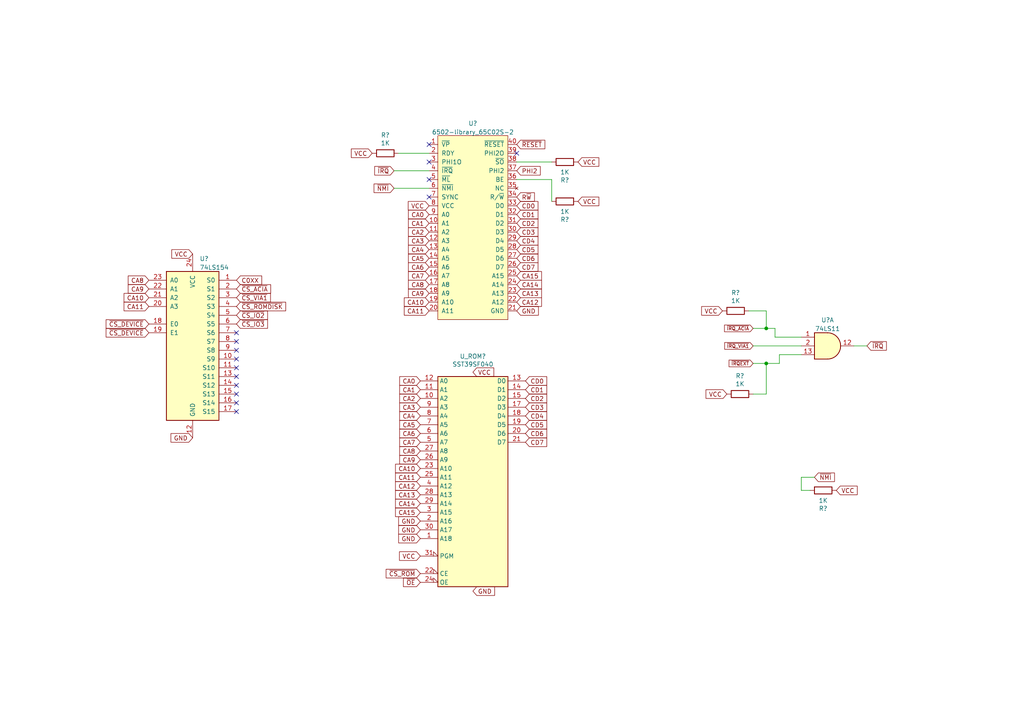
<source format=kicad_sch>
(kicad_sch (version 20211123) (generator eeschema)

  (uuid 27bee0e8-a0d5-4868-b8ec-7eb7b5b218ac)

  (paper "A4")

  (lib_symbols
    (symbol "74xx:74LS11" (pin_names (offset 1.016)) (in_bom yes) (on_board yes)
      (property "Reference" "U" (id 0) (at 0 1.27 0)
        (effects (font (size 1.27 1.27)))
      )
      (property "Value" "74LS11" (id 1) (at 0 -1.27 0)
        (effects (font (size 1.27 1.27)))
      )
      (property "Footprint" "" (id 2) (at 0 0 0)
        (effects (font (size 1.27 1.27)) hide)
      )
      (property "Datasheet" "http://www.ti.com/lit/gpn/sn74LS11" (id 3) (at 0 0 0)
        (effects (font (size 1.27 1.27)) hide)
      )
      (property "ki_locked" "" (id 4) (at 0 0 0)
        (effects (font (size 1.27 1.27)))
      )
      (property "ki_keywords" "TTL And3" (id 5) (at 0 0 0)
        (effects (font (size 1.27 1.27)) hide)
      )
      (property "ki_description" "Triple 3-input AND" (id 6) (at 0 0 0)
        (effects (font (size 1.27 1.27)) hide)
      )
      (property "ki_fp_filters" "DIP*W7.62mm*" (id 7) (at 0 0 0)
        (effects (font (size 1.27 1.27)) hide)
      )
      (symbol "74LS11_1_1"
        (arc (start 0 -3.81) (mid 3.81 0) (end 0 3.81)
          (stroke (width 0.254) (type default) (color 0 0 0 0))
          (fill (type background))
        )
        (polyline
          (pts
            (xy 0 3.81)
            (xy -3.81 3.81)
            (xy -3.81 -3.81)
            (xy 0 -3.81)
          )
          (stroke (width 0.254) (type default) (color 0 0 0 0))
          (fill (type background))
        )
        (pin input line (at -7.62 2.54 0) (length 3.81)
          (name "~" (effects (font (size 1.27 1.27))))
          (number "1" (effects (font (size 1.27 1.27))))
        )
        (pin output line (at 7.62 0 180) (length 3.81)
          (name "~" (effects (font (size 1.27 1.27))))
          (number "12" (effects (font (size 1.27 1.27))))
        )
        (pin input line (at -7.62 -2.54 0) (length 3.81)
          (name "~" (effects (font (size 1.27 1.27))))
          (number "13" (effects (font (size 1.27 1.27))))
        )
        (pin input line (at -7.62 0 0) (length 3.81)
          (name "~" (effects (font (size 1.27 1.27))))
          (number "2" (effects (font (size 1.27 1.27))))
        )
      )
      (symbol "74LS11_1_2"
        (arc (start -3.81 -3.81) (mid -2.589 0) (end -3.81 3.81)
          (stroke (width 0.254) (type default) (color 0 0 0 0))
          (fill (type none))
        )
        (arc (start -0.6096 -3.81) (mid 2.1842 -2.5851) (end 3.81 0)
          (stroke (width 0.254) (type default) (color 0 0 0 0))
          (fill (type background))
        )
        (polyline
          (pts
            (xy -3.81 -3.81)
            (xy -0.635 -3.81)
          )
          (stroke (width 0.254) (type default) (color 0 0 0 0))
          (fill (type background))
        )
        (polyline
          (pts
            (xy -3.81 3.81)
            (xy -0.635 3.81)
          )
          (stroke (width 0.254) (type default) (color 0 0 0 0))
          (fill (type background))
        )
        (polyline
          (pts
            (xy -0.635 3.81)
            (xy -3.81 3.81)
            (xy -3.81 3.81)
            (xy -3.556 3.4036)
            (xy -3.0226 2.2606)
            (xy -2.6924 1.0414)
            (xy -2.6162 -0.254)
            (xy -2.7686 -1.4986)
            (xy -3.175 -2.7178)
            (xy -3.81 -3.81)
            (xy -3.81 -3.81)
            (xy -0.635 -3.81)
          )
          (stroke (width -25.4) (type default) (color 0 0 0 0))
          (fill (type background))
        )
        (arc (start 3.81 0) (mid 2.1915 2.5936) (end -0.6096 3.81)
          (stroke (width 0.254) (type default) (color 0 0 0 0))
          (fill (type background))
        )
        (pin input inverted (at -7.62 2.54 0) (length 4.318)
          (name "~" (effects (font (size 1.27 1.27))))
          (number "1" (effects (font (size 1.27 1.27))))
        )
        (pin output inverted (at 7.62 0 180) (length 3.81)
          (name "~" (effects (font (size 1.27 1.27))))
          (number "12" (effects (font (size 1.27 1.27))))
        )
        (pin input inverted (at -7.62 -2.54 0) (length 4.318)
          (name "~" (effects (font (size 1.27 1.27))))
          (number "13" (effects (font (size 1.27 1.27))))
        )
        (pin input inverted (at -7.62 0 0) (length 4.953)
          (name "~" (effects (font (size 1.27 1.27))))
          (number "2" (effects (font (size 1.27 1.27))))
        )
      )
      (symbol "74LS11_2_1"
        (arc (start 0 -3.81) (mid 3.81 0) (end 0 3.81)
          (stroke (width 0.254) (type default) (color 0 0 0 0))
          (fill (type background))
        )
        (polyline
          (pts
            (xy 0 3.81)
            (xy -3.81 3.81)
            (xy -3.81 -3.81)
            (xy 0 -3.81)
          )
          (stroke (width 0.254) (type default) (color 0 0 0 0))
          (fill (type background))
        )
        (pin input line (at -7.62 2.54 0) (length 3.81)
          (name "~" (effects (font (size 1.27 1.27))))
          (number "3" (effects (font (size 1.27 1.27))))
        )
        (pin input line (at -7.62 0 0) (length 3.81)
          (name "~" (effects (font (size 1.27 1.27))))
          (number "4" (effects (font (size 1.27 1.27))))
        )
        (pin input line (at -7.62 -2.54 0) (length 3.81)
          (name "~" (effects (font (size 1.27 1.27))))
          (number "5" (effects (font (size 1.27 1.27))))
        )
        (pin output line (at 7.62 0 180) (length 3.81)
          (name "~" (effects (font (size 1.27 1.27))))
          (number "6" (effects (font (size 1.27 1.27))))
        )
      )
      (symbol "74LS11_2_2"
        (arc (start -3.81 -3.81) (mid -2.589 0) (end -3.81 3.81)
          (stroke (width 0.254) (type default) (color 0 0 0 0))
          (fill (type none))
        )
        (arc (start -0.6096 -3.81) (mid 2.1842 -2.5851) (end 3.81 0)
          (stroke (width 0.254) (type default) (color 0 0 0 0))
          (fill (type background))
        )
        (polyline
          (pts
            (xy -3.81 -3.81)
            (xy -0.635 -3.81)
          )
          (stroke (width 0.254) (type default) (color 0 0 0 0))
          (fill (type background))
        )
        (polyline
          (pts
            (xy -3.81 3.81)
            (xy -0.635 3.81)
          )
          (stroke (width 0.254) (type default) (color 0 0 0 0))
          (fill (type background))
        )
        (polyline
          (pts
            (xy -0.635 3.81)
            (xy -3.81 3.81)
            (xy -3.81 3.81)
            (xy -3.556 3.4036)
            (xy -3.0226 2.2606)
            (xy -2.6924 1.0414)
            (xy -2.6162 -0.254)
            (xy -2.7686 -1.4986)
            (xy -3.175 -2.7178)
            (xy -3.81 -3.81)
            (xy -3.81 -3.81)
            (xy -0.635 -3.81)
          )
          (stroke (width -25.4) (type default) (color 0 0 0 0))
          (fill (type background))
        )
        (arc (start 3.81 0) (mid 2.1915 2.5936) (end -0.6096 3.81)
          (stroke (width 0.254) (type default) (color 0 0 0 0))
          (fill (type background))
        )
        (pin input inverted (at -7.62 2.54 0) (length 4.318)
          (name "~" (effects (font (size 1.27 1.27))))
          (number "3" (effects (font (size 1.27 1.27))))
        )
        (pin input inverted (at -7.62 0 0) (length 4.953)
          (name "~" (effects (font (size 1.27 1.27))))
          (number "4" (effects (font (size 1.27 1.27))))
        )
        (pin input inverted (at -7.62 -2.54 0) (length 4.318)
          (name "~" (effects (font (size 1.27 1.27))))
          (number "5" (effects (font (size 1.27 1.27))))
        )
        (pin output inverted (at 7.62 0 180) (length 3.81)
          (name "~" (effects (font (size 1.27 1.27))))
          (number "6" (effects (font (size 1.27 1.27))))
        )
      )
      (symbol "74LS11_3_1"
        (arc (start 0 -3.81) (mid 3.81 0) (end 0 3.81)
          (stroke (width 0.254) (type default) (color 0 0 0 0))
          (fill (type background))
        )
        (polyline
          (pts
            (xy 0 3.81)
            (xy -3.81 3.81)
            (xy -3.81 -3.81)
            (xy 0 -3.81)
          )
          (stroke (width 0.254) (type default) (color 0 0 0 0))
          (fill (type background))
        )
        (pin input line (at -7.62 0 0) (length 3.81)
          (name "~" (effects (font (size 1.27 1.27))))
          (number "10" (effects (font (size 1.27 1.27))))
        )
        (pin input line (at -7.62 -2.54 0) (length 3.81)
          (name "~" (effects (font (size 1.27 1.27))))
          (number "11" (effects (font (size 1.27 1.27))))
        )
        (pin output line (at 7.62 0 180) (length 3.81)
          (name "~" (effects (font (size 1.27 1.27))))
          (number "8" (effects (font (size 1.27 1.27))))
        )
        (pin input line (at -7.62 2.54 0) (length 3.81)
          (name "~" (effects (font (size 1.27 1.27))))
          (number "9" (effects (font (size 1.27 1.27))))
        )
      )
      (symbol "74LS11_3_2"
        (arc (start -3.81 -3.81) (mid -2.589 0) (end -3.81 3.81)
          (stroke (width 0.254) (type default) (color 0 0 0 0))
          (fill (type none))
        )
        (arc (start -0.6096 -3.81) (mid 2.1842 -2.5851) (end 3.81 0)
          (stroke (width 0.254) (type default) (color 0 0 0 0))
          (fill (type background))
        )
        (polyline
          (pts
            (xy -3.81 -3.81)
            (xy -0.635 -3.81)
          )
          (stroke (width 0.254) (type default) (color 0 0 0 0))
          (fill (type background))
        )
        (polyline
          (pts
            (xy -3.81 3.81)
            (xy -0.635 3.81)
          )
          (stroke (width 0.254) (type default) (color 0 0 0 0))
          (fill (type background))
        )
        (polyline
          (pts
            (xy -0.635 3.81)
            (xy -3.81 3.81)
            (xy -3.81 3.81)
            (xy -3.556 3.4036)
            (xy -3.0226 2.2606)
            (xy -2.6924 1.0414)
            (xy -2.6162 -0.254)
            (xy -2.7686 -1.4986)
            (xy -3.175 -2.7178)
            (xy -3.81 -3.81)
            (xy -3.81 -3.81)
            (xy -0.635 -3.81)
          )
          (stroke (width -25.4) (type default) (color 0 0 0 0))
          (fill (type background))
        )
        (arc (start 3.81 0) (mid 2.1915 2.5936) (end -0.6096 3.81)
          (stroke (width 0.254) (type default) (color 0 0 0 0))
          (fill (type background))
        )
        (pin input inverted (at -7.62 0 0) (length 4.953)
          (name "~" (effects (font (size 1.27 1.27))))
          (number "10" (effects (font (size 1.27 1.27))))
        )
        (pin input inverted (at -7.62 -2.54 0) (length 4.318)
          (name "~" (effects (font (size 1.27 1.27))))
          (number "11" (effects (font (size 1.27 1.27))))
        )
        (pin output inverted (at 7.62 0 180) (length 3.81)
          (name "~" (effects (font (size 1.27 1.27))))
          (number "8" (effects (font (size 1.27 1.27))))
        )
        (pin input inverted (at -7.62 2.54 0) (length 4.318)
          (name "~" (effects (font (size 1.27 1.27))))
          (number "9" (effects (font (size 1.27 1.27))))
        )
      )
      (symbol "74LS11_4_0"
        (pin power_in line (at 0 12.7 270) (length 5.08)
          (name "VCC" (effects (font (size 1.27 1.27))))
          (number "14" (effects (font (size 1.27 1.27))))
        )
        (pin power_in line (at 0 -12.7 90) (length 5.08)
          (name "GND" (effects (font (size 1.27 1.27))))
          (number "7" (effects (font (size 1.27 1.27))))
        )
      )
      (symbol "74LS11_4_1"
        (rectangle (start -5.08 7.62) (end 5.08 -7.62)
          (stroke (width 0.254) (type default) (color 0 0 0 0))
          (fill (type background))
        )
      )
    )
    (symbol "74xx:74LS154" (pin_names (offset 1.016)) (in_bom yes) (on_board yes)
      (property "Reference" "U" (id 0) (at -7.62 21.59 0)
        (effects (font (size 1.27 1.27)))
      )
      (property "Value" "74LS154" (id 1) (at -7.62 -24.13 0)
        (effects (font (size 1.27 1.27)))
      )
      (property "Footprint" "" (id 2) (at 0 0 0)
        (effects (font (size 1.27 1.27)) hide)
      )
      (property "Datasheet" "http://www.ti.com/lit/gpn/sn74LS154" (id 3) (at 0 0 0)
        (effects (font (size 1.27 1.27)) hide)
      )
      (property "ki_locked" "" (id 4) (at 0 0 0)
        (effects (font (size 1.27 1.27)))
      )
      (property "ki_keywords" "TTL DECOD16 DECOD" (id 5) (at 0 0 0)
        (effects (font (size 1.27 1.27)) hide)
      )
      (property "ki_description" "Decoder 4 to 16" (id 6) (at 0 0 0)
        (effects (font (size 1.27 1.27)) hide)
      )
      (property "ki_fp_filters" "DIP?24*" (id 7) (at 0 0 0)
        (effects (font (size 1.27 1.27)) hide)
      )
      (symbol "74LS154_1_0"
        (pin output line (at 12.7 17.78 180) (length 5.08)
          (name "S0" (effects (font (size 1.27 1.27))))
          (number "1" (effects (font (size 1.27 1.27))))
        )
        (pin output line (at 12.7 -5.08 180) (length 5.08)
          (name "S9" (effects (font (size 1.27 1.27))))
          (number "10" (effects (font (size 1.27 1.27))))
        )
        (pin output line (at 12.7 -7.62 180) (length 5.08)
          (name "S10" (effects (font (size 1.27 1.27))))
          (number "11" (effects (font (size 1.27 1.27))))
        )
        (pin power_in line (at 0 -27.94 90) (length 5.08)
          (name "GND" (effects (font (size 1.27 1.27))))
          (number "12" (effects (font (size 1.27 1.27))))
        )
        (pin output line (at 12.7 -10.16 180) (length 5.08)
          (name "S11" (effects (font (size 1.27 1.27))))
          (number "13" (effects (font (size 1.27 1.27))))
        )
        (pin output line (at 12.7 -12.7 180) (length 5.08)
          (name "S12" (effects (font (size 1.27 1.27))))
          (number "14" (effects (font (size 1.27 1.27))))
        )
        (pin output line (at 12.7 -15.24 180) (length 5.08)
          (name "S13" (effects (font (size 1.27 1.27))))
          (number "15" (effects (font (size 1.27 1.27))))
        )
        (pin output line (at 12.7 -17.78 180) (length 5.08)
          (name "S14" (effects (font (size 1.27 1.27))))
          (number "16" (effects (font (size 1.27 1.27))))
        )
        (pin output line (at 12.7 -20.32 180) (length 5.08)
          (name "S15" (effects (font (size 1.27 1.27))))
          (number "17" (effects (font (size 1.27 1.27))))
        )
        (pin input line (at -12.7 5.08 0) (length 5.08)
          (name "E0" (effects (font (size 1.27 1.27))))
          (number "18" (effects (font (size 1.27 1.27))))
        )
        (pin input line (at -12.7 2.54 0) (length 5.08)
          (name "E1" (effects (font (size 1.27 1.27))))
          (number "19" (effects (font (size 1.27 1.27))))
        )
        (pin output line (at 12.7 15.24 180) (length 5.08)
          (name "S1" (effects (font (size 1.27 1.27))))
          (number "2" (effects (font (size 1.27 1.27))))
        )
        (pin input line (at -12.7 10.16 0) (length 5.08)
          (name "A3" (effects (font (size 1.27 1.27))))
          (number "20" (effects (font (size 1.27 1.27))))
        )
        (pin input line (at -12.7 12.7 0) (length 5.08)
          (name "A2" (effects (font (size 1.27 1.27))))
          (number "21" (effects (font (size 1.27 1.27))))
        )
        (pin input line (at -12.7 15.24 0) (length 5.08)
          (name "A1" (effects (font (size 1.27 1.27))))
          (number "22" (effects (font (size 1.27 1.27))))
        )
        (pin input line (at -12.7 17.78 0) (length 5.08)
          (name "A0" (effects (font (size 1.27 1.27))))
          (number "23" (effects (font (size 1.27 1.27))))
        )
        (pin power_in line (at 0 25.4 270) (length 5.08)
          (name "VCC" (effects (font (size 1.27 1.27))))
          (number "24" (effects (font (size 1.27 1.27))))
        )
        (pin output line (at 12.7 12.7 180) (length 5.08)
          (name "S2" (effects (font (size 1.27 1.27))))
          (number "3" (effects (font (size 1.27 1.27))))
        )
        (pin output line (at 12.7 10.16 180) (length 5.08)
          (name "S3" (effects (font (size 1.27 1.27))))
          (number "4" (effects (font (size 1.27 1.27))))
        )
        (pin output line (at 12.7 7.62 180) (length 5.08)
          (name "S4" (effects (font (size 1.27 1.27))))
          (number "5" (effects (font (size 1.27 1.27))))
        )
        (pin output line (at 12.7 5.08 180) (length 5.08)
          (name "S5" (effects (font (size 1.27 1.27))))
          (number "6" (effects (font (size 1.27 1.27))))
        )
        (pin output line (at 12.7 2.54 180) (length 5.08)
          (name "S6" (effects (font (size 1.27 1.27))))
          (number "7" (effects (font (size 1.27 1.27))))
        )
        (pin output line (at 12.7 0 180) (length 5.08)
          (name "S7" (effects (font (size 1.27 1.27))))
          (number "8" (effects (font (size 1.27 1.27))))
        )
        (pin output line (at 12.7 -2.54 180) (length 5.08)
          (name "S8" (effects (font (size 1.27 1.27))))
          (number "9" (effects (font (size 1.27 1.27))))
        )
      )
      (symbol "74LS154_1_1"
        (rectangle (start -7.62 20.32) (end 7.62 -22.86)
          (stroke (width 0.254) (type default) (color 0 0 0 0))
          (fill (type background))
        )
      )
    )
    (symbol "Device:R" (pin_numbers hide) (pin_names (offset 0)) (in_bom yes) (on_board yes)
      (property "Reference" "R" (id 0) (at 2.032 0 90)
        (effects (font (size 1.27 1.27)))
      )
      (property "Value" "R" (id 1) (at 0 0 90)
        (effects (font (size 1.27 1.27)))
      )
      (property "Footprint" "" (id 2) (at -1.778 0 90)
        (effects (font (size 1.27 1.27)) hide)
      )
      (property "Datasheet" "~" (id 3) (at 0 0 0)
        (effects (font (size 1.27 1.27)) hide)
      )
      (property "ki_keywords" "R res resistor" (id 4) (at 0 0 0)
        (effects (font (size 1.27 1.27)) hide)
      )
      (property "ki_description" "Resistor" (id 5) (at 0 0 0)
        (effects (font (size 1.27 1.27)) hide)
      )
      (property "ki_fp_filters" "R_*" (id 6) (at 0 0 0)
        (effects (font (size 1.27 1.27)) hide)
      )
      (symbol "R_0_1"
        (rectangle (start -1.016 -2.54) (end 1.016 2.54)
          (stroke (width 0.254) (type default) (color 0 0 0 0))
          (fill (type none))
        )
      )
      (symbol "R_1_1"
        (pin passive line (at 0 3.81 270) (length 1.27)
          (name "~" (effects (font (size 1.27 1.27))))
          (number "1" (effects (font (size 1.27 1.27))))
        )
        (pin passive line (at 0 -3.81 90) (length 1.27)
          (name "~" (effects (font (size 1.27 1.27))))
          (number "2" (effects (font (size 1.27 1.27))))
        )
      )
    )
    (symbol "EB6502-custom:6502-library_65C02S-2" (pin_names (offset 1.016)) (in_bom yes) (on_board yes)
      (property "Reference" "U2" (id 0) (at 0 28.9728 0)
        (effects (font (size 1.27 1.27)))
      )
      (property "Value" "6502-library_65C02S-2" (id 1) (at 0 26.4359 0)
        (effects (font (size 1.27 1.27)))
      )
      (property "Footprint" "Package_DIP:DIP-40_W15.24mm_Socket" (id 2) (at 0 26.67 0)
        (effects (font (size 1.27 1.27)) hide)
      )
      (property "Datasheet" "" (id 3) (at -3.81 24.13 0)
        (effects (font (size 1.27 1.27)) hide)
      )
      (symbol "6502-library_65C02S-2_0_1"
        (rectangle (start -10.16 25.4) (end 10.16 -27.94)
          (stroke (width 0) (type default) (color 0 0 0 0))
          (fill (type background))
        )
      )
      (symbol "6502-library_65C02S-2_1_1"
        (pin output line (at -12.7 22.86 0) (length 2.54)
          (name "~{VP}" (effects (font (size 1.27 1.27))))
          (number "1" (effects (font (size 1.27 1.27))))
        )
        (pin tri_state line (at -12.7 0 0) (length 2.54)
          (name "A1" (effects (font (size 1.27 1.27))))
          (number "10" (effects (font (size 1.27 1.27))))
        )
        (pin tri_state line (at -12.7 -2.54 0) (length 2.54)
          (name "A2" (effects (font (size 1.27 1.27))))
          (number "11" (effects (font (size 1.27 1.27))))
        )
        (pin tri_state line (at -12.7 -5.08 0) (length 2.54)
          (name "A3" (effects (font (size 1.27 1.27))))
          (number "12" (effects (font (size 1.27 1.27))))
        )
        (pin tri_state line (at -12.7 -7.62 0) (length 2.54)
          (name "A4" (effects (font (size 1.27 1.27))))
          (number "13" (effects (font (size 1.27 1.27))))
        )
        (pin tri_state line (at -12.7 -10.16 0) (length 2.54)
          (name "A5" (effects (font (size 1.27 1.27))))
          (number "14" (effects (font (size 1.27 1.27))))
        )
        (pin tri_state line (at -12.7 -12.7 0) (length 2.54)
          (name "A6" (effects (font (size 1.27 1.27))))
          (number "15" (effects (font (size 1.27 1.27))))
        )
        (pin tri_state line (at -12.7 -15.24 0) (length 2.54)
          (name "A7" (effects (font (size 1.27 1.27))))
          (number "16" (effects (font (size 1.27 1.27))))
        )
        (pin tri_state line (at -12.7 -17.78 0) (length 2.54)
          (name "A8" (effects (font (size 1.27 1.27))))
          (number "17" (effects (font (size 1.27 1.27))))
        )
        (pin tri_state line (at -12.7 -20.32 0) (length 2.54)
          (name "A9" (effects (font (size 1.27 1.27))))
          (number "18" (effects (font (size 1.27 1.27))))
        )
        (pin tri_state line (at -12.7 -22.86 0) (length 2.54)
          (name "A10" (effects (font (size 1.27 1.27))))
          (number "19" (effects (font (size 1.27 1.27))))
        )
        (pin bidirectional line (at -12.7 20.32 0) (length 2.54)
          (name "RDY" (effects (font (size 1.27 1.27))))
          (number "2" (effects (font (size 1.27 1.27))))
        )
        (pin tri_state line (at -12.7 -25.4 0) (length 2.54)
          (name "A11" (effects (font (size 1.27 1.27))))
          (number "20" (effects (font (size 1.27 1.27))))
        )
        (pin power_in line (at 12.7 -25.4 180) (length 2.54)
          (name "GND" (effects (font (size 1.27 1.27))))
          (number "21" (effects (font (size 1.27 1.27))))
        )
        (pin tri_state line (at 12.7 -22.86 180) (length 2.54)
          (name "A12" (effects (font (size 1.27 1.27))))
          (number "22" (effects (font (size 1.27 1.27))))
        )
        (pin tri_state line (at 12.7 -20.32 180) (length 2.54)
          (name "A13" (effects (font (size 1.27 1.27))))
          (number "23" (effects (font (size 1.27 1.27))))
        )
        (pin tri_state line (at 12.7 -17.78 180) (length 2.54)
          (name "A14" (effects (font (size 1.27 1.27))))
          (number "24" (effects (font (size 1.27 1.27))))
        )
        (pin tri_state line (at 12.7 -15.24 180) (length 2.54)
          (name "A15" (effects (font (size 1.27 1.27))))
          (number "25" (effects (font (size 1.27 1.27))))
        )
        (pin bidirectional line (at 12.7 -12.7 180) (length 2.54)
          (name "D7" (effects (font (size 1.27 1.27))))
          (number "26" (effects (font (size 1.27 1.27))))
        )
        (pin bidirectional line (at 12.7 -10.16 180) (length 2.54)
          (name "D6" (effects (font (size 1.27 1.27))))
          (number "27" (effects (font (size 1.27 1.27))))
        )
        (pin bidirectional line (at 12.7 -7.62 180) (length 2.54)
          (name "D5" (effects (font (size 1.27 1.27))))
          (number "28" (effects (font (size 1.27 1.27))))
        )
        (pin bidirectional line (at 12.7 -5.08 180) (length 2.54)
          (name "D4" (effects (font (size 1.27 1.27))))
          (number "29" (effects (font (size 1.27 1.27))))
        )
        (pin output line (at -12.7 17.78 0) (length 2.54)
          (name "PHI1O" (effects (font (size 1.27 1.27))))
          (number "3" (effects (font (size 1.27 1.27))))
        )
        (pin bidirectional line (at 12.7 -2.54 180) (length 2.54)
          (name "D3" (effects (font (size 1.27 1.27))))
          (number "30" (effects (font (size 1.27 1.27))))
        )
        (pin bidirectional line (at 12.7 0 180) (length 2.54)
          (name "D2" (effects (font (size 1.27 1.27))))
          (number "31" (effects (font (size 1.27 1.27))))
        )
        (pin bidirectional line (at 12.7 2.54 180) (length 2.54)
          (name "D1" (effects (font (size 1.27 1.27))))
          (number "32" (effects (font (size 1.27 1.27))))
        )
        (pin bidirectional line (at 12.7 5.08 180) (length 2.54)
          (name "D0" (effects (font (size 1.27 1.27))))
          (number "33" (effects (font (size 1.27 1.27))))
        )
        (pin output line (at 12.7 7.62 180) (length 2.54)
          (name "R/~{W}" (effects (font (size 1.27 1.27))))
          (number "34" (effects (font (size 1.27 1.27))))
        )
        (pin no_connect line (at 12.7 10.16 180) (length 2.54)
          (name "NC" (effects (font (size 1.27 1.27))))
          (number "35" (effects (font (size 1.27 1.27))))
        )
        (pin input line (at 12.7 12.7 180) (length 2.54)
          (name "BE" (effects (font (size 1.27 1.27))))
          (number "36" (effects (font (size 1.27 1.27))))
        )
        (pin input line (at 12.7 15.24 180) (length 2.54)
          (name "PHI2" (effects (font (size 1.27 1.27))))
          (number "37" (effects (font (size 1.27 1.27))))
        )
        (pin input line (at 12.7 17.78 180) (length 2.54)
          (name "~{SO}" (effects (font (size 1.27 1.27))))
          (number "38" (effects (font (size 1.27 1.27))))
        )
        (pin input line (at 12.7 20.32 180) (length 2.54)
          (name "PHI2O" (effects (font (size 1.27 1.27))))
          (number "39" (effects (font (size 1.27 1.27))))
        )
        (pin input line (at -12.7 15.24 0) (length 2.54)
          (name "~{IRQ}" (effects (font (size 1.27 1.27))))
          (number "4" (effects (font (size 1.27 1.27))))
        )
        (pin input line (at 12.7 22.86 180) (length 2.54)
          (name "~{RESET}" (effects (font (size 1.27 1.27))))
          (number "40" (effects (font (size 1.27 1.27))))
        )
        (pin output line (at -12.7 12.7 0) (length 2.54)
          (name "~{ML}" (effects (font (size 1.27 1.27))))
          (number "5" (effects (font (size 1.27 1.27))))
        )
        (pin input line (at -12.7 10.16 0) (length 2.54)
          (name "~{NMI}" (effects (font (size 1.27 1.27))))
          (number "6" (effects (font (size 1.27 1.27))))
        )
        (pin output line (at -12.7 7.62 0) (length 2.54)
          (name "SYNC" (effects (font (size 1.27 1.27))))
          (number "7" (effects (font (size 1.27 1.27))))
        )
        (pin power_in line (at -12.7 5.08 0) (length 2.54)
          (name "VCC" (effects (font (size 1.27 1.27))))
          (number "8" (effects (font (size 1.27 1.27))))
        )
        (pin tri_state line (at -12.7 2.54 0) (length 2.54)
          (name "A0" (effects (font (size 1.27 1.27))))
          (number "9" (effects (font (size 1.27 1.27))))
        )
      )
    )
    (symbol "Memory_Flash:SST39SF040" (in_bom yes) (on_board yes)
      (property "Reference" "U" (id 0) (at 2.54 33.02 0)
        (effects (font (size 1.27 1.27)))
      )
      (property "Value" "SST39SF040" (id 1) (at 0 -30.48 0)
        (effects (font (size 1.27 1.27)))
      )
      (property "Footprint" "" (id 2) (at 0 7.62 0)
        (effects (font (size 1.27 1.27)) hide)
      )
      (property "Datasheet" "http://ww1.microchip.com/downloads/en/DeviceDoc/25022B.pdf" (id 3) (at 0 7.62 0)
        (effects (font (size 1.27 1.27)) hide)
      )
      (property "ki_keywords" "512k flash rom" (id 4) (at 0 0 0)
        (effects (font (size 1.27 1.27)) hide)
      )
      (property "ki_description" "Silicon Storage Technology (SSF) 512k x 8 Flash ROM" (id 5) (at 0 0 0)
        (effects (font (size 1.27 1.27)) hide)
      )
      (symbol "SST39SF040_0_0"
        (pin power_in line (at 0 -30.48 90) (length 1.27) hide
          (name "GND" (effects (font (size 1.27 1.27))))
          (number "16" (effects (font (size 1.27 1.27))))
        )
        (pin power_in line (at 0 33.02 270) (length 1.27) hide
          (name "VCC" (effects (font (size 1.27 1.27))))
          (number "32" (effects (font (size 1.27 1.27))))
        )
      )
      (symbol "SST39SF040_0_1"
        (rectangle (start -10.16 31.75) (end 10.16 -29.21)
          (stroke (width 0.254) (type default) (color 0 0 0 0))
          (fill (type background))
        )
      )
      (symbol "SST39SF040_1_1"
        (pin input line (at -15.24 -15.24 0) (length 5.08)
          (name "A18" (effects (font (size 1.27 1.27))))
          (number "1" (effects (font (size 1.27 1.27))))
        )
        (pin input line (at -15.24 25.4 0) (length 5.08)
          (name "A2" (effects (font (size 1.27 1.27))))
          (number "10" (effects (font (size 1.27 1.27))))
        )
        (pin input line (at -15.24 27.94 0) (length 5.08)
          (name "A1" (effects (font (size 1.27 1.27))))
          (number "11" (effects (font (size 1.27 1.27))))
        )
        (pin input line (at -15.24 30.48 0) (length 5.08)
          (name "A0" (effects (font (size 1.27 1.27))))
          (number "12" (effects (font (size 1.27 1.27))))
        )
        (pin tri_state line (at 15.24 30.48 180) (length 5.08)
          (name "D0" (effects (font (size 1.27 1.27))))
          (number "13" (effects (font (size 1.27 1.27))))
        )
        (pin tri_state line (at 15.24 27.94 180) (length 5.08)
          (name "D1" (effects (font (size 1.27 1.27))))
          (number "14" (effects (font (size 1.27 1.27))))
        )
        (pin tri_state line (at 15.24 25.4 180) (length 5.08)
          (name "D2" (effects (font (size 1.27 1.27))))
          (number "15" (effects (font (size 1.27 1.27))))
        )
        (pin tri_state line (at 15.24 22.86 180) (length 5.08)
          (name "D3" (effects (font (size 1.27 1.27))))
          (number "17" (effects (font (size 1.27 1.27))))
        )
        (pin tri_state line (at 15.24 20.32 180) (length 5.08)
          (name "D4" (effects (font (size 1.27 1.27))))
          (number "18" (effects (font (size 1.27 1.27))))
        )
        (pin tri_state line (at 15.24 17.78 180) (length 5.08)
          (name "D5" (effects (font (size 1.27 1.27))))
          (number "19" (effects (font (size 1.27 1.27))))
        )
        (pin input line (at -15.24 -10.16 0) (length 5.08)
          (name "A16" (effects (font (size 1.27 1.27))))
          (number "2" (effects (font (size 1.27 1.27))))
        )
        (pin tri_state line (at 15.24 15.24 180) (length 5.08)
          (name "D6" (effects (font (size 1.27 1.27))))
          (number "20" (effects (font (size 1.27 1.27))))
        )
        (pin tri_state line (at 15.24 12.7 180) (length 5.08)
          (name "D7" (effects (font (size 1.27 1.27))))
          (number "21" (effects (font (size 1.27 1.27))))
        )
        (pin input input_low (at -15.24 -25.4 0) (length 5.08)
          (name "CE" (effects (font (size 1.27 1.27))))
          (number "22" (effects (font (size 1.27 1.27))))
        )
        (pin input line (at -15.24 5.08 0) (length 5.08)
          (name "A10" (effects (font (size 1.27 1.27))))
          (number "23" (effects (font (size 1.27 1.27))))
        )
        (pin input input_low (at -15.24 -27.94 0) (length 5.08)
          (name "OE" (effects (font (size 1.27 1.27))))
          (number "24" (effects (font (size 1.27 1.27))))
        )
        (pin input line (at -15.24 2.54 0) (length 5.08)
          (name "A11" (effects (font (size 1.27 1.27))))
          (number "25" (effects (font (size 1.27 1.27))))
        )
        (pin input line (at -15.24 7.62 0) (length 5.08)
          (name "A9" (effects (font (size 1.27 1.27))))
          (number "26" (effects (font (size 1.27 1.27))))
        )
        (pin input line (at -15.24 10.16 0) (length 5.08)
          (name "A8" (effects (font (size 1.27 1.27))))
          (number "27" (effects (font (size 1.27 1.27))))
        )
        (pin input line (at -15.24 -2.54 0) (length 5.08)
          (name "A13" (effects (font (size 1.27 1.27))))
          (number "28" (effects (font (size 1.27 1.27))))
        )
        (pin input line (at -15.24 -5.08 0) (length 5.08)
          (name "A14" (effects (font (size 1.27 1.27))))
          (number "29" (effects (font (size 1.27 1.27))))
        )
        (pin input line (at -15.24 -7.62 0) (length 5.08)
          (name "A15" (effects (font (size 1.27 1.27))))
          (number "3" (effects (font (size 1.27 1.27))))
        )
        (pin input line (at -15.24 -12.7 0) (length 5.08)
          (name "A17" (effects (font (size 1.27 1.27))))
          (number "30" (effects (font (size 1.27 1.27))))
        )
        (pin input input_low (at -15.24 -20.32 0) (length 5.08)
          (name "PGM" (effects (font (size 1.27 1.27))))
          (number "31" (effects (font (size 1.27 1.27))))
        )
        (pin input line (at -15.24 0 0) (length 5.08)
          (name "A12" (effects (font (size 1.27 1.27))))
          (number "4" (effects (font (size 1.27 1.27))))
        )
        (pin input line (at -15.24 12.7 0) (length 5.08)
          (name "A7" (effects (font (size 1.27 1.27))))
          (number "5" (effects (font (size 1.27 1.27))))
        )
        (pin input line (at -15.24 15.24 0) (length 5.08)
          (name "A6" (effects (font (size 1.27 1.27))))
          (number "6" (effects (font (size 1.27 1.27))))
        )
        (pin input line (at -15.24 17.78 0) (length 5.08)
          (name "A5" (effects (font (size 1.27 1.27))))
          (number "7" (effects (font (size 1.27 1.27))))
        )
        (pin input line (at -15.24 20.32 0) (length 5.08)
          (name "A4" (effects (font (size 1.27 1.27))))
          (number "8" (effects (font (size 1.27 1.27))))
        )
        (pin input line (at -15.24 22.86 0) (length 5.08)
          (name "A3" (effects (font (size 1.27 1.27))))
          (number "9" (effects (font (size 1.27 1.27))))
        )
      )
    )
  )

  (junction (at 222.25 105.41) (diameter 0) (color 0 0 0 0)
    (uuid 68fa3f7e-6cf7-4f32-accd-5d72e824b78e)
  )
  (junction (at 222.25 95.25) (diameter 0) (color 0 0 0 0)
    (uuid fdb2e6a5-a85d-4623-8d7f-4d82d3b12c45)
  )

  (no_connect (at 68.58 111.76) (uuid 09a580c1-71c3-47af-9f56-64a21896aa82))
  (no_connect (at 124.46 46.99) (uuid 134dd425-8b88-49ab-ac2c-e3be88666518))
  (no_connect (at 68.58 101.6) (uuid 1c464d77-5331-4df0-8e28-f5a6862e291b))
  (no_connect (at 68.58 104.14) (uuid 1db6a51a-5a70-4d6e-b477-41bc0703f009))
  (no_connect (at 68.58 96.52) (uuid 30e58f79-c173-4870-9af4-7e80c241c783))
  (no_connect (at 124.46 41.91) (uuid 45d094aa-7adc-43c7-8049-26a74a7179f2))
  (no_connect (at 124.46 52.07) (uuid 58c0945f-31b0-4f25-b315-dccac0ec690d))
  (no_connect (at 68.58 106.68) (uuid 60b6e8ed-e5f9-4ee6-9b8c-88f759559e2b))
  (no_connect (at 68.58 109.22) (uuid 6425c814-43ce-48de-8260-981a237b6a8e))
  (no_connect (at 124.46 57.15) (uuid 7b501546-a7a6-436c-b436-64fbc31e88b4))
  (no_connect (at 68.58 119.38) (uuid 83631db3-5cb3-4848-a7a0-84144f45a5d9))
  (no_connect (at 68.58 116.84) (uuid 95c44f79-8e08-49fd-8d42-3fd27cf87ef0))
  (no_connect (at 68.58 114.3) (uuid 9f985122-d46c-4fd7-81ff-3c64f8f8dac3))
  (no_connect (at 68.58 99.06) (uuid cf93bc13-4079-4509-8f31-fa7cc69fa2b8))
  (no_connect (at 149.86 44.45) (uuid d9928095-8a9a-4cc9-a319-7d096f8f0abd))

  (wire (pts (xy 234.95 142.24) (xy 232.41 142.24))
    (stroke (width 0) (type default) (color 0 0 0 0))
    (uuid 04f5e3fb-3c7f-4d38-834b-d6b8568fa756)
  )
  (wire (pts (xy 222.25 114.3) (xy 222.25 105.41))
    (stroke (width 0) (type default) (color 0 0 0 0))
    (uuid 09446378-d79d-4841-87d1-09009e11e21c)
  )
  (wire (pts (xy 232.41 138.43) (xy 236.22 138.43))
    (stroke (width 0) (type default) (color 0 0 0 0))
    (uuid 0c625f9d-9057-4179-8581-21b177cfc106)
  )
  (wire (pts (xy 149.86 52.07) (xy 160.02 52.07))
    (stroke (width 0) (type default) (color 0 0 0 0))
    (uuid 1855d31c-efd5-4b54-ad76-2f1890852585)
  )
  (wire (pts (xy 222.25 95.25) (xy 224.79 95.25))
    (stroke (width 0) (type default) (color 0 0 0 0))
    (uuid 3018882d-0622-49c7-a8ff-c9d84af05da6)
  )
  (wire (pts (xy 224.79 97.79) (xy 232.41 97.79))
    (stroke (width 0) (type default) (color 0 0 0 0))
    (uuid 4bbde958-c1c7-4e1c-a88d-1868c41e3213)
  )
  (wire (pts (xy 160.02 46.99) (xy 149.86 46.99))
    (stroke (width 0) (type default) (color 0 0 0 0))
    (uuid 5f30ab7f-c873-421e-a146-de4ae12eaab6)
  )
  (wire (pts (xy 218.44 114.3) (xy 222.25 114.3))
    (stroke (width 0) (type default) (color 0 0 0 0))
    (uuid 6619699b-a869-4a5b-ace9-c028d6d80b58)
  )
  (wire (pts (xy 226.06 105.41) (xy 226.06 102.87))
    (stroke (width 0) (type default) (color 0 0 0 0))
    (uuid 74696a9e-87eb-4937-8e2d-5f290271f5cd)
  )
  (wire (pts (xy 218.44 100.33) (xy 232.41 100.33))
    (stroke (width 0) (type default) (color 0 0 0 0))
    (uuid 9e9c3c11-968f-4745-adaa-746ac686ccb7)
  )
  (wire (pts (xy 222.25 105.41) (xy 226.06 105.41))
    (stroke (width 0) (type default) (color 0 0 0 0))
    (uuid b041e0ee-1478-436a-9f17-cd2e83a911fa)
  )
  (wire (pts (xy 224.79 95.25) (xy 224.79 97.79))
    (stroke (width 0) (type default) (color 0 0 0 0))
    (uuid bd2458e0-15f5-4cc1-ba1d-c18c32711925)
  )
  (wire (pts (xy 160.02 52.07) (xy 160.02 58.42))
    (stroke (width 0) (type default) (color 0 0 0 0))
    (uuid bfff8e29-782e-4ed6-b231-7386f2624f91)
  )
  (wire (pts (xy 232.41 142.24) (xy 232.41 138.43))
    (stroke (width 0) (type default) (color 0 0 0 0))
    (uuid cb2d71ae-d1de-4f36-bfa7-928623ea1a6c)
  )
  (wire (pts (xy 114.3 49.53) (xy 124.46 49.53))
    (stroke (width 0) (type default) (color 0 0 0 0))
    (uuid d0fe8934-21c4-4e46-b5b6-40801fb05422)
  )
  (wire (pts (xy 222.25 95.25) (xy 222.25 90.17))
    (stroke (width 0) (type default) (color 0 0 0 0))
    (uuid d94de260-5c4d-4614-9892-19e3f298c3fa)
  )
  (wire (pts (xy 226.06 102.87) (xy 232.41 102.87))
    (stroke (width 0) (type default) (color 0 0 0 0))
    (uuid d95607f8-7705-41f3-a474-e89b15ce779d)
  )
  (wire (pts (xy 218.44 95.25) (xy 222.25 95.25))
    (stroke (width 0) (type default) (color 0 0 0 0))
    (uuid dd238f6c-e985-4c56-bfb1-9d9bb72dcd5b)
  )
  (wire (pts (xy 114.3 54.61) (xy 124.46 54.61))
    (stroke (width 0) (type default) (color 0 0 0 0))
    (uuid e1ef8bdd-0588-4ddc-96cf-b8b3d064c2c4)
  )
  (wire (pts (xy 222.25 90.17) (xy 217.17 90.17))
    (stroke (width 0) (type default) (color 0 0 0 0))
    (uuid e8b5b88d-0748-41d6-9efc-1a01971ba650)
  )
  (wire (pts (xy 218.44 105.41) (xy 222.25 105.41))
    (stroke (width 0) (type default) (color 0 0 0 0))
    (uuid ec2f6158-da1a-4e91-86b5-a2b02d93c47f)
  )
  (wire (pts (xy 251.46 100.33) (xy 247.65 100.33))
    (stroke (width 0) (type default) (color 0 0 0 0))
    (uuid f048343a-d872-4c2d-a6ec-7ff3e7d17ee8)
  )
  (wire (pts (xy 115.57 44.45) (xy 124.46 44.45))
    (stroke (width 0) (type default) (color 0 0 0 0))
    (uuid f9211667-7b12-4b75-9ad5-a05daed4fec9)
  )

  (global_label "~{CS_IO2}" (shape input) (at 68.58 91.44 0) (fields_autoplaced)
    (effects (font (size 1.27 1.27)) (justify left))
    (uuid 0225db91-a163-4a58-be52-eeb95876d0a2)
    (property "Intersheet References" "${INTERSHEET_REFS}" (id 0) (at 77.585 91.3606 0)
      (effects (font (size 1.27 1.27)) (justify left) hide)
    )
  )
  (global_label "~{CS_VIA1}" (shape input) (at 68.58 86.36 0) (fields_autoplaced)
    (effects (font (size 1.27 1.27)) (justify left))
    (uuid 03a30220-17ce-43b1-b31d-1773bded9db4)
    (property "Intersheet References" "${INTERSHEET_REFS}" (id 0) (at -154.94 41.91 0)
      (effects (font (size 1.27 1.27)) hide)
    )
  )
  (global_label "VCC" (shape input) (at 210.82 114.3 180) (fields_autoplaced)
    (effects (font (size 1.27 1.27)) (justify right))
    (uuid 0601c5c6-429f-4d4a-9c0b-5811cb2a3dfe)
    (property "Intersheet References" "${INTERSHEET_REFS}" (id 0) (at 335.28 160.02 0)
      (effects (font (size 1.27 1.27)) hide)
    )
  )
  (global_label "~{RESET}" (shape input) (at 149.86 41.91 0) (fields_autoplaced)
    (effects (font (size 1.27 1.27)) (justify left))
    (uuid 0ba8f776-8307-4f42-8e1a-1fb5f045bc3e)
    (property "Intersheet References" "${INTERSHEET_REFS}" (id 0) (at 39.37 1.27 0)
      (effects (font (size 1.27 1.27)) hide)
    )
  )
  (global_label "CD2" (shape input) (at 152.4 115.57 0) (fields_autoplaced)
    (effects (font (size 1.27 1.27)) (justify left))
    (uuid 0fb9856e-cf9c-4fcf-bdc1-ae7c9acfeb61)
    (property "Intersheet References" "${INTERSHEET_REFS}" (id 0) (at 158.5626 115.6494 0)
      (effects (font (size 1.27 1.27)) (justify left) hide)
    )
  )
  (global_label "CA9" (shape input) (at 121.92 133.35 180) (fields_autoplaced)
    (effects (font (size 1.27 1.27)) (justify right))
    (uuid 1a727b3f-475a-4f9d-bff9-5029df67364a)
    (property "Intersheet References" "${INTERSHEET_REFS}" (id 0) (at 115.9388 133.2706 0)
      (effects (font (size 1.27 1.27)) (justify right) hide)
    )
  )
  (global_label "~{OE}" (shape input) (at 121.92 168.91 180) (fields_autoplaced)
    (effects (font (size 1.27 1.27)) (justify right))
    (uuid 1b161928-e34e-4737-a937-0395bfcf9fbe)
    (property "Intersheet References" "${INTERSHEET_REFS}" (id 0) (at 226.06 45.72 0)
      (effects (font (size 1.27 1.27)) (justify left) hide)
    )
  )
  (global_label "CA14" (shape input) (at 149.86 82.55 0) (fields_autoplaced)
    (effects (font (size 1.27 1.27)) (justify left))
    (uuid 21ccb6c5-91d1-45cc-87d8-8a6c3f62ae87)
    (property "Intersheet References" "${INTERSHEET_REFS}" (id 0) (at 157.0507 82.4706 0)
      (effects (font (size 1.27 1.27)) (justify left) hide)
    )
  )
  (global_label "VCC" (shape input) (at 137.16 107.95 0) (fields_autoplaced)
    (effects (font (size 1.27 1.27)) (justify left))
    (uuid 22024dcf-b6a6-4817-9200-e62e25141efd)
    (property "Intersheet References" "${INTERSHEET_REFS}" (id 0) (at 12.7 62.23 0)
      (effects (font (size 1.27 1.27)) hide)
    )
  )
  (global_label "~{IRQ}" (shape input) (at 251.46 100.33 0) (fields_autoplaced)
    (effects (font (size 1.27 1.27)) (justify left))
    (uuid 238b3f21-81a2-4adb-93ee-55cda0d12280)
    (property "Intersheet References" "${INTERSHEET_REFS}" (id 0) (at 336.55 148.59 0)
      (effects (font (size 1.27 1.27)) hide)
    )
  )
  (global_label "CA6" (shape input) (at 121.92 125.73 180) (fields_autoplaced)
    (effects (font (size 1.27 1.27)) (justify right))
    (uuid 2ab16679-030c-4500-9313-4ba67d431f36)
    (property "Intersheet References" "${INTERSHEET_REFS}" (id 0) (at 115.9388 125.8094 0)
      (effects (font (size 1.27 1.27)) (justify right) hide)
    )
  )
  (global_label "CA2" (shape input) (at 121.92 115.57 180) (fields_autoplaced)
    (effects (font (size 1.27 1.27)) (justify right))
    (uuid 2cfdcbca-a447-4ad0-8bd2-eefa66ff7b89)
    (property "Intersheet References" "${INTERSHEET_REFS}" (id 0) (at 115.9388 115.6494 0)
      (effects (font (size 1.27 1.27)) (justify right) hide)
    )
  )
  (global_label "~{NMI}" (shape input) (at 236.22 138.43 0) (fields_autoplaced)
    (effects (font (size 1.27 1.27)) (justify left))
    (uuid 309e0222-b490-43d5-a97d-6a0eb7cd5db2)
    (property "Intersheet References" "${INTERSHEET_REFS}" (id 0) (at 321.31 191.77 0)
      (effects (font (size 1.27 1.27)) hide)
    )
  )
  (global_label "CD2" (shape input) (at 149.86 64.77 0) (fields_autoplaced)
    (effects (font (size 1.27 1.27)) (justify left))
    (uuid 30afac68-8f11-4dd7-80da-698047c689a0)
    (property "Intersheet References" "${INTERSHEET_REFS}" (id 0) (at 156.0226 64.6906 0)
      (effects (font (size 1.27 1.27)) (justify left) hide)
    )
  )
  (global_label "CA12" (shape input) (at 121.92 140.97 180) (fields_autoplaced)
    (effects (font (size 1.27 1.27)) (justify right))
    (uuid 30d2770f-cbb8-4145-b4ad-2148707754ed)
    (property "Intersheet References" "${INTERSHEET_REFS}" (id 0) (at 114.7293 140.8906 0)
      (effects (font (size 1.27 1.27)) (justify right) hide)
    )
  )
  (global_label "CA15" (shape input) (at 149.86 80.01 0) (fields_autoplaced)
    (effects (font (size 1.27 1.27)) (justify left))
    (uuid 3233db8c-51e3-4dcd-8284-5688830ada36)
    (property "Intersheet References" "${INTERSHEET_REFS}" (id 0) (at 157.0507 79.9306 0)
      (effects (font (size 1.27 1.27)) (justify left) hide)
    )
  )
  (global_label "CA10" (shape input) (at 124.46 87.63 180) (fields_autoplaced)
    (effects (font (size 1.27 1.27)) (justify right))
    (uuid 32e85fb1-9ee3-4b59-b67e-1e1c72815a9d)
    (property "Intersheet References" "${INTERSHEET_REFS}" (id 0) (at 117.2693 87.5506 0)
      (effects (font (size 1.27 1.27)) (justify right) hide)
    )
  )
  (global_label "CA5" (shape input) (at 124.46 74.93 180) (fields_autoplaced)
    (effects (font (size 1.27 1.27)) (justify right))
    (uuid 395a08e2-c0e3-495d-af1d-99e582aed83a)
    (property "Intersheet References" "${INTERSHEET_REFS}" (id 0) (at 118.4788 74.8506 0)
      (effects (font (size 1.27 1.27)) (justify right) hide)
    )
  )
  (global_label "~{IRQEXT}" (shape input) (at 218.44 105.41 180) (fields_autoplaced)
    (effects (font (size 0.9906 0.9906)) (justify right))
    (uuid 3be5a571-aea0-4680-960f-f3b41df17195)
    (property "Intersheet References" "${INTERSHEET_REFS}" (id 0) (at 211.4634 105.4719 0)
      (effects (font (size 0.9906 0.9906)) (justify right) hide)
    )
  )
  (global_label "VCC" (shape input) (at 121.92 161.29 180) (fields_autoplaced)
    (effects (font (size 1.27 1.27)) (justify right))
    (uuid 3f44835a-21da-44c5-934c-2ee09f1397c4)
    (property "Intersheet References" "${INTERSHEET_REFS}" (id 0) (at 246.38 115.57 0)
      (effects (font (size 1.27 1.27)) (justify left) hide)
    )
  )
  (global_label "VCC" (shape input) (at 167.64 58.42 0) (fields_autoplaced)
    (effects (font (size 1.27 1.27)) (justify left))
    (uuid 48b9a001-09d9-4511-816c-3dbaa8aa2bbe)
    (property "Intersheet References" "${INTERSHEET_REFS}" (id 0) (at 43.18 12.7 0)
      (effects (font (size 1.27 1.27)) hide)
    )
  )
  (global_label "CA7" (shape input) (at 121.92 128.27 180) (fields_autoplaced)
    (effects (font (size 1.27 1.27)) (justify right))
    (uuid 4b89c1e1-ef04-4c59-a470-0244c44c4d20)
    (property "Intersheet References" "${INTERSHEET_REFS}" (id 0) (at 115.9388 128.3494 0)
      (effects (font (size 1.27 1.27)) (justify right) hide)
    )
  )
  (global_label "CA9" (shape input) (at 43.18 83.82 180) (fields_autoplaced)
    (effects (font (size 1.27 1.27)) (justify right))
    (uuid 4d809303-b135-4954-9df5-61fb19a249be)
    (property "Intersheet References" "${INTERSHEET_REFS}" (id 0) (at 37.1988 83.7406 0)
      (effects (font (size 1.27 1.27)) (justify right) hide)
    )
  )
  (global_label "CA14" (shape input) (at 121.92 146.05 180) (fields_autoplaced)
    (effects (font (size 1.27 1.27)) (justify right))
    (uuid 4f407e08-fb7b-42ad-b9f4-b217f8202903)
    (property "Intersheet References" "${INTERSHEET_REFS}" (id 0) (at 114.7293 146.1294 0)
      (effects (font (size 1.27 1.27)) (justify right) hide)
    )
  )
  (global_label "CA11" (shape input) (at 124.46 90.17 180) (fields_autoplaced)
    (effects (font (size 1.27 1.27)) (justify right))
    (uuid 5179f54f-b353-4a9d-9138-81b30668aa45)
    (property "Intersheet References" "${INTERSHEET_REFS}" (id 0) (at 117.2693 90.0906 0)
      (effects (font (size 1.27 1.27)) (justify right) hide)
    )
  )
  (global_label "CA13" (shape input) (at 149.86 85.09 0) (fields_autoplaced)
    (effects (font (size 1.27 1.27)) (justify left))
    (uuid 51d9eeab-8506-4618-8ac5-9410e42c422c)
    (property "Intersheet References" "${INTERSHEET_REFS}" (id 0) (at 157.0507 85.0106 0)
      (effects (font (size 1.27 1.27)) (justify left) hide)
    )
  )
  (global_label "CD5" (shape input) (at 149.86 72.39 0) (fields_autoplaced)
    (effects (font (size 1.27 1.27)) (justify left))
    (uuid 52ec8b76-9d1a-4183-bd6e-a535fa00310c)
    (property "Intersheet References" "${INTERSHEET_REFS}" (id 0) (at 156.0226 72.3106 0)
      (effects (font (size 1.27 1.27)) (justify left) hide)
    )
  )
  (global_label "C0XX" (shape input) (at 68.58 81.28 0) (fields_autoplaced)
    (effects (font (size 1.27 1.27)) (justify left))
    (uuid 5664d8e5-ae59-492e-bad3-480a14ed7a68)
    (property "Intersheet References" "${INTERSHEET_REFS}" (id 0) (at 75.8917 81.2006 0)
      (effects (font (size 1.27 1.27)) (justify left) hide)
    )
  )
  (global_label "VCC" (shape input) (at 55.88 73.66 180) (fields_autoplaced)
    (effects (font (size 1.27 1.27)) (justify right))
    (uuid 5738b6b3-0df9-4f11-b3f7-449259ae8fd2)
    (property "Intersheet References" "${INTERSHEET_REFS}" (id 0) (at 180.34 119.38 0)
      (effects (font (size 1.27 1.27)) hide)
    )
  )
  (global_label "CA0" (shape input) (at 124.46 62.23 180) (fields_autoplaced)
    (effects (font (size 1.27 1.27)) (justify right))
    (uuid 57e07dc2-0bfd-4e82-8c45-0ac770512383)
    (property "Intersheet References" "${INTERSHEET_REFS}" (id 0) (at 118.4788 62.1506 0)
      (effects (font (size 1.27 1.27)) (justify right) hide)
    )
  )
  (global_label "PHI2" (shape input) (at 149.86 49.53 0) (fields_autoplaced)
    (effects (font (size 1.27 1.27)) (justify left))
    (uuid 5a454e08-0814-49ae-8a86-06cacdaf8dbf)
    (property "Intersheet References" "${INTERSHEET_REFS}" (id 0) (at 180.34 88.9 0)
      (effects (font (size 1.27 1.27)) hide)
    )
  )
  (global_label "CD7" (shape input) (at 149.86 77.47 0) (fields_autoplaced)
    (effects (font (size 1.27 1.27)) (justify left))
    (uuid 5e0b71fc-17cc-4cc6-ad38-4bfa57ad96c3)
    (property "Intersheet References" "${INTERSHEET_REFS}" (id 0) (at 156.0226 77.3906 0)
      (effects (font (size 1.27 1.27)) (justify left) hide)
    )
  )
  (global_label "CA3" (shape input) (at 124.46 69.85 180) (fields_autoplaced)
    (effects (font (size 1.27 1.27)) (justify right))
    (uuid 5f4aaf7a-f453-49b2-a4d4-adbdc06c6283)
    (property "Intersheet References" "${INTERSHEET_REFS}" (id 0) (at 118.4788 69.7706 0)
      (effects (font (size 1.27 1.27)) (justify right) hide)
    )
  )
  (global_label "CD3" (shape input) (at 149.86 67.31 0) (fields_autoplaced)
    (effects (font (size 1.27 1.27)) (justify left))
    (uuid 6327757e-b415-4197-9328-e1d63dd8d28c)
    (property "Intersheet References" "${INTERSHEET_REFS}" (id 0) (at 156.0226 67.2306 0)
      (effects (font (size 1.27 1.27)) (justify left) hide)
    )
  )
  (global_label "CA8" (shape input) (at 121.92 130.81 180) (fields_autoplaced)
    (effects (font (size 1.27 1.27)) (justify right))
    (uuid 6802b5d4-85bc-4506-b915-e3373f657648)
    (property "Intersheet References" "${INTERSHEET_REFS}" (id 0) (at 115.9388 130.8894 0)
      (effects (font (size 1.27 1.27)) (justify right) hide)
    )
  )
  (global_label "VCC" (shape input) (at 167.64 46.99 0) (fields_autoplaced)
    (effects (font (size 1.27 1.27)) (justify left))
    (uuid 6a31e36c-23ea-498e-acfe-df9cb861f364)
    (property "Intersheet References" "${INTERSHEET_REFS}" (id 0) (at 43.18 1.27 0)
      (effects (font (size 1.27 1.27)) hide)
    )
  )
  (global_label "CA4" (shape input) (at 124.46 72.39 180) (fields_autoplaced)
    (effects (font (size 1.27 1.27)) (justify right))
    (uuid 6ae097af-2c3b-48cf-848c-cea9f4d6c24c)
    (property "Intersheet References" "${INTERSHEET_REFS}" (id 0) (at 118.4788 72.3106 0)
      (effects (font (size 1.27 1.27)) (justify right) hide)
    )
  )
  (global_label "CD4" (shape input) (at 149.86 69.85 0) (fields_autoplaced)
    (effects (font (size 1.27 1.27)) (justify left))
    (uuid 6c072bca-ef3a-403d-a891-3dbb0a1c5c79)
    (property "Intersheet References" "${INTERSHEET_REFS}" (id 0) (at 156.0226 69.7706 0)
      (effects (font (size 1.27 1.27)) (justify left) hide)
    )
  )
  (global_label "GND" (shape input) (at 121.92 151.13 180) (fields_autoplaced)
    (effects (font (size 1.27 1.27)) (justify right))
    (uuid 6f29220a-e61f-4dc2-af26-d6a5da125dd7)
    (property "Intersheet References" "${INTERSHEET_REFS}" (id 0) (at 165.1 193.04 0)
      (effects (font (size 1.27 1.27)) hide)
    )
  )
  (global_label "~{CS_ROMDISK}" (shape input) (at 68.58 88.9 0) (fields_autoplaced)
    (effects (font (size 1.27 1.27)) (justify left))
    (uuid 72d6176f-2f30-46cc-92a3-2cf5aff9f820)
    (property "Intersheet References" "${INTERSHEET_REFS}" (id 0) (at -154.94 36.83 0)
      (effects (font (size 1.27 1.27)) hide)
    )
  )
  (global_label "CD0" (shape input) (at 152.4 110.49 0) (fields_autoplaced)
    (effects (font (size 1.27 1.27)) (justify left))
    (uuid 73a1814b-b2d6-41cf-b56d-08290f440396)
    (property "Intersheet References" "${INTERSHEET_REFS}" (id 0) (at 158.5626 110.5694 0)
      (effects (font (size 1.27 1.27)) (justify left) hide)
    )
  )
  (global_label "VCC" (shape input) (at 209.55 90.17 180) (fields_autoplaced)
    (effects (font (size 1.27 1.27)) (justify right))
    (uuid 75e3a46b-a343-4690-928c-fea2c4011b18)
    (property "Intersheet References" "${INTERSHEET_REFS}" (id 0) (at 334.01 135.89 0)
      (effects (font (size 1.27 1.27)) hide)
    )
  )
  (global_label "CD3" (shape input) (at 152.4 118.11 0) (fields_autoplaced)
    (effects (font (size 1.27 1.27)) (justify left))
    (uuid 7d07a960-c044-440f-b4fc-f82dab89c834)
    (property "Intersheet References" "${INTERSHEET_REFS}" (id 0) (at 158.5626 118.1894 0)
      (effects (font (size 1.27 1.27)) (justify left) hide)
    )
  )
  (global_label "CD1" (shape input) (at 152.4 113.03 0) (fields_autoplaced)
    (effects (font (size 1.27 1.27)) (justify left))
    (uuid 89125140-b3a6-414e-afa2-766835c02c1b)
    (property "Intersheet References" "${INTERSHEET_REFS}" (id 0) (at 158.5626 113.1094 0)
      (effects (font (size 1.27 1.27)) (justify left) hide)
    )
  )
  (global_label "CD5" (shape input) (at 152.4 123.19 0) (fields_autoplaced)
    (effects (font (size 1.27 1.27)) (justify left))
    (uuid 8e88eec9-6a3b-417c-8c14-b1e5ad41ffe9)
    (property "Intersheet References" "${INTERSHEET_REFS}" (id 0) (at 158.5626 123.2694 0)
      (effects (font (size 1.27 1.27)) (justify left) hide)
    )
  )
  (global_label "~{CS_DEVICE}" (shape input) (at 43.18 93.98 180) (fields_autoplaced)
    (effects (font (size 1.27 1.27)) (justify right))
    (uuid 8f15b6b1-c2e9-4b14-aba8-7f5ed0571168)
    (property "Intersheet References" "${INTERSHEET_REFS}" (id 0) (at 30.7883 93.9006 0)
      (effects (font (size 1.27 1.27)) (justify right) hide)
    )
  )
  (global_label "CA11" (shape input) (at 43.18 88.9 180) (fields_autoplaced)
    (effects (font (size 1.27 1.27)) (justify right))
    (uuid 8fac59bd-8906-4eaa-bf2c-a1caf198cd5d)
    (property "Intersheet References" "${INTERSHEET_REFS}" (id 0) (at 35.9893 88.8206 0)
      (effects (font (size 1.27 1.27)) (justify right) hide)
    )
  )
  (global_label "CA9" (shape input) (at 124.46 85.09 180) (fields_autoplaced)
    (effects (font (size 1.27 1.27)) (justify right))
    (uuid 9124c6fe-fc0f-48f3-a419-815d24b3b368)
    (property "Intersheet References" "${INTERSHEET_REFS}" (id 0) (at 118.4788 85.0106 0)
      (effects (font (size 1.27 1.27)) (justify right) hide)
    )
  )
  (global_label "CD6" (shape input) (at 152.4 125.73 0) (fields_autoplaced)
    (effects (font (size 1.27 1.27)) (justify left))
    (uuid 94bad641-dafb-4737-835c-61dceeda5b51)
    (property "Intersheet References" "${INTERSHEET_REFS}" (id 0) (at 158.5626 125.8094 0)
      (effects (font (size 1.27 1.27)) (justify left) hide)
    )
  )
  (global_label "GND" (shape input) (at 121.92 153.67 180) (fields_autoplaced)
    (effects (font (size 1.27 1.27)) (justify right))
    (uuid 956a6afa-2c72-4dc8-b2e3-100f89b7e23f)
    (property "Intersheet References" "${INTERSHEET_REFS}" (id 0) (at 165.1 195.58 0)
      (effects (font (size 1.27 1.27)) hide)
    )
  )
  (global_label "CA3" (shape input) (at 121.92 118.11 180) (fields_autoplaced)
    (effects (font (size 1.27 1.27)) (justify right))
    (uuid 98b0f96e-62a5-453c-8b66-f61737951c69)
    (property "Intersheet References" "${INTERSHEET_REFS}" (id 0) (at 115.9388 118.1894 0)
      (effects (font (size 1.27 1.27)) (justify right) hide)
    )
  )
  (global_label "CA11" (shape input) (at 121.92 138.43 180) (fields_autoplaced)
    (effects (font (size 1.27 1.27)) (justify right))
    (uuid 9df3d29b-3af9-4a1b-9695-6d1352a33e27)
    (property "Intersheet References" "${INTERSHEET_REFS}" (id 0) (at 114.7293 138.5094 0)
      (effects (font (size 1.27 1.27)) (justify right) hide)
    )
  )
  (global_label "CA7" (shape input) (at 124.46 80.01 180) (fields_autoplaced)
    (effects (font (size 1.27 1.27)) (justify right))
    (uuid 9e5c210f-f791-465a-b44a-cd3b3ff71ff7)
    (property "Intersheet References" "${INTERSHEET_REFS}" (id 0) (at 118.4788 79.9306 0)
      (effects (font (size 1.27 1.27)) (justify right) hide)
    )
  )
  (global_label "~{CS_ACIA}" (shape input) (at 68.58 83.82 0) (fields_autoplaced)
    (effects (font (size 1.27 1.27)) (justify left))
    (uuid 9ea98036-2772-4eff-9be2-6ce98f543a02)
    (property "Intersheet References" "${INTERSHEET_REFS}" (id 0) (at -154.94 41.91 0)
      (effects (font (size 1.27 1.27)) hide)
    )
  )
  (global_label "CA15" (shape input) (at 121.92 148.59 180) (fields_autoplaced)
    (effects (font (size 1.27 1.27)) (justify right))
    (uuid a6f2d834-b02a-4e89-bdfc-dce28e4deab9)
    (property "Intersheet References" "${INTERSHEET_REFS}" (id 0) (at 114.7293 148.5106 0)
      (effects (font (size 1.27 1.27)) (justify right) hide)
    )
  )
  (global_label "GND" (shape input) (at 55.88 127 180) (fields_autoplaced)
    (effects (font (size 1.27 1.27)) (justify right))
    (uuid a85da59a-bf1a-45a2-a0a8-e4b9e8e98dfd)
    (property "Intersheet References" "${INTERSHEET_REFS}" (id 0) (at -93.98 -16.51 0)
      (effects (font (size 1.27 1.27)) hide)
    )
  )
  (global_label "~{CS_ROM}" (shape input) (at 121.92 166.37 180) (fields_autoplaced)
    (effects (font (size 1.27 1.27)) (justify right))
    (uuid ac71f9aa-af9e-43a4-9e2b-a0a862fda3dc)
    (property "Intersheet References" "${INTERSHEET_REFS}" (id 0) (at -27.94 255.27 0)
      (effects (font (size 1.27 1.27)) (justify left) hide)
    )
  )
  (global_label "GND" (shape input) (at 149.86 90.17 0) (fields_autoplaced)
    (effects (font (size 1.27 1.27)) (justify left))
    (uuid aefc1721-698c-4de0-b600-890f3150e28a)
    (property "Intersheet References" "${INTERSHEET_REFS}" (id 0) (at 106.68 48.26 0)
      (effects (font (size 1.27 1.27)) hide)
    )
  )
  (global_label "GND" (shape input) (at 121.92 156.21 180) (fields_autoplaced)
    (effects (font (size 1.27 1.27)) (justify right))
    (uuid b7fbb749-9f17-4f5c-99f8-b204f1b3ed04)
    (property "Intersheet References" "${INTERSHEET_REFS}" (id 0) (at 165.1 198.12 0)
      (effects (font (size 1.27 1.27)) hide)
    )
  )
  (global_label "CA5" (shape input) (at 121.92 123.19 180) (fields_autoplaced)
    (effects (font (size 1.27 1.27)) (justify right))
    (uuid bb88306f-bb1b-4a68-a901-fa4af127586d)
    (property "Intersheet References" "${INTERSHEET_REFS}" (id 0) (at 115.9388 123.2694 0)
      (effects (font (size 1.27 1.27)) (justify right) hide)
    )
  )
  (global_label "R~{W}" (shape input) (at 149.86 57.15 0) (fields_autoplaced)
    (effects (font (size 1.27 1.27)) (justify left))
    (uuid bbeb0265-fc8d-4114-9a45-a850bc645741)
    (property "Intersheet References" "${INTERSHEET_REFS}" (id 0) (at 180.34 167.64 0)
      (effects (font (size 1.27 1.27)) hide)
    )
  )
  (global_label "CA0" (shape input) (at 121.92 110.49 180) (fields_autoplaced)
    (effects (font (size 1.27 1.27)) (justify right))
    (uuid bdaabed0-d100-4e43-a6c0-a11707563d37)
    (property "Intersheet References" "${INTERSHEET_REFS}" (id 0) (at 115.9388 110.5694 0)
      (effects (font (size 1.27 1.27)) (justify right) hide)
    )
  )
  (global_label "CA1" (shape input) (at 121.92 113.03 180) (fields_autoplaced)
    (effects (font (size 1.27 1.27)) (justify right))
    (uuid bf3f30b8-b3dc-46ba-be83-82e46ac5ce51)
    (property "Intersheet References" "${INTERSHEET_REFS}" (id 0) (at 115.9388 113.1094 0)
      (effects (font (size 1.27 1.27)) (justify right) hide)
    )
  )
  (global_label "CD4" (shape input) (at 152.4 120.65 0) (fields_autoplaced)
    (effects (font (size 1.27 1.27)) (justify left))
    (uuid c2d69f85-ce98-4cb4-9091-93ade350b8b6)
    (property "Intersheet References" "${INTERSHEET_REFS}" (id 0) (at 158.5626 120.7294 0)
      (effects (font (size 1.27 1.27)) (justify left) hide)
    )
  )
  (global_label "CD7" (shape input) (at 152.4 128.27 0) (fields_autoplaced)
    (effects (font (size 1.27 1.27)) (justify left))
    (uuid ca43fb8d-7115-422d-b6e2-f4d8a7ae9a35)
    (property "Intersheet References" "${INTERSHEET_REFS}" (id 0) (at 158.5626 128.3494 0)
      (effects (font (size 1.27 1.27)) (justify left) hide)
    )
  )
  (global_label "~{CS_IO3}" (shape input) (at 68.58 93.98 0) (fields_autoplaced)
    (effects (font (size 1.27 1.27)) (justify left))
    (uuid cc90ed9d-8106-4bbf-b5da-b6d47c433212)
    (property "Intersheet References" "${INTERSHEET_REFS}" (id 0) (at 77.585 93.9006 0)
      (effects (font (size 1.27 1.27)) (justify left) hide)
    )
  )
  (global_label "CA1" (shape input) (at 124.46 64.77 180) (fields_autoplaced)
    (effects (font (size 1.27 1.27)) (justify right))
    (uuid cf37b6b4-8ea0-4e01-a3f9-ee0e8076876a)
    (property "Intersheet References" "${INTERSHEET_REFS}" (id 0) (at 118.4788 64.6906 0)
      (effects (font (size 1.27 1.27)) (justify right) hide)
    )
  )
  (global_label "CA4" (shape input) (at 121.92 120.65 180) (fields_autoplaced)
    (effects (font (size 1.27 1.27)) (justify right))
    (uuid cfa9ab3b-6a47-49fd-8f1c-11b4bc533cd6)
    (property "Intersheet References" "${INTERSHEET_REFS}" (id 0) (at 115.9388 120.7294 0)
      (effects (font (size 1.27 1.27)) (justify right) hide)
    )
  )
  (global_label "GND" (shape input) (at 137.16 171.45 0) (fields_autoplaced)
    (effects (font (size 1.27 1.27)) (justify left))
    (uuid d257d806-2fef-4098-89d0-5f4eaf01a3b9)
    (property "Intersheet References" "${INTERSHEET_REFS}" (id 0) (at 93.98 129.54 0)
      (effects (font (size 1.27 1.27)) hide)
    )
  )
  (global_label "~{NMI}" (shape input) (at 114.3 54.61 180) (fields_autoplaced)
    (effects (font (size 1.27 1.27)) (justify right))
    (uuid d69647b8-2455-4ded-bd0a-08f38a66b8df)
    (property "Intersheet References" "${INTERSHEET_REFS}" (id 0) (at 108.5002 54.5306 0)
      (effects (font (size 1.27 1.27)) (justify right) hide)
    )
  )
  (global_label "VCC" (shape input) (at 107.95 44.45 180) (fields_autoplaced)
    (effects (font (size 1.27 1.27)) (justify right))
    (uuid d6ad1530-8eee-4a9f-8da2-e53b962617dc)
    (property "Intersheet References" "${INTERSHEET_REFS}" (id 0) (at 232.41 90.17 0)
      (effects (font (size 1.27 1.27)) hide)
    )
  )
  (global_label "~{IRQ}" (shape input) (at 114.3 49.53 180) (fields_autoplaced)
    (effects (font (size 1.27 1.27)) (justify right))
    (uuid d8d52191-7046-41b4-8391-611f7c02a18e)
    (property "Intersheet References" "${INTERSHEET_REFS}" (id 0) (at 29.21 1.27 0)
      (effects (font (size 1.27 1.27)) hide)
    )
  )
  (global_label "VCC" (shape input) (at 124.46 59.69 180) (fields_autoplaced)
    (effects (font (size 1.27 1.27)) (justify right))
    (uuid d9e89562-bbeb-4a8f-b5c2-ed97ed9e6ced)
    (property "Intersheet References" "${INTERSHEET_REFS}" (id 0) (at 248.92 105.41 0)
      (effects (font (size 1.27 1.27)) hide)
    )
  )
  (global_label "~{CS_DEVICE}" (shape input) (at 43.18 96.52 180) (fields_autoplaced)
    (effects (font (size 1.27 1.27)) (justify right))
    (uuid dd0a91a3-a7c9-4395-9216-f0c225ff992a)
    (property "Intersheet References" "${INTERSHEET_REFS}" (id 0) (at 30.7883 96.4406 0)
      (effects (font (size 1.27 1.27)) (justify right) hide)
    )
  )
  (global_label "~{IRQ_ACIA}" (shape input) (at 218.44 95.25 180) (fields_autoplaced)
    (effects (font (size 0.9906 0.9906)) (justify right))
    (uuid e137b579-baa5-4662-90a2-a3bb90bbe72b)
    (property "Intersheet References" "${INTERSHEET_REFS}" (id 0) (at 210.1426 95.1881 0)
      (effects (font (size 0.9906 0.9906)) (justify right) hide)
    )
  )
  (global_label "CD6" (shape input) (at 149.86 74.93 0) (fields_autoplaced)
    (effects (font (size 1.27 1.27)) (justify left))
    (uuid e28bb8b4-f300-420a-ab0d-75c5d51f8993)
    (property "Intersheet References" "${INTERSHEET_REFS}" (id 0) (at 156.0226 74.8506 0)
      (effects (font (size 1.27 1.27)) (justify left) hide)
    )
  )
  (global_label "CA12" (shape input) (at 149.86 87.63 0) (fields_autoplaced)
    (effects (font (size 1.27 1.27)) (justify left))
    (uuid e2dbdb86-0d84-4ffb-a301-3996e30f015e)
    (property "Intersheet References" "${INTERSHEET_REFS}" (id 0) (at 157.0507 87.5506 0)
      (effects (font (size 1.27 1.27)) (justify left) hide)
    )
  )
  (global_label "VCC" (shape input) (at 242.57 142.24 0) (fields_autoplaced)
    (effects (font (size 1.27 1.27)) (justify left))
    (uuid e32df7f5-768c-45fa-8f8d-6d60c87349e3)
    (property "Intersheet References" "${INTERSHEET_REFS}" (id 0) (at 118.11 96.52 0)
      (effects (font (size 1.27 1.27)) hide)
    )
  )
  (global_label "CA8" (shape input) (at 124.46 82.55 180) (fields_autoplaced)
    (effects (font (size 1.27 1.27)) (justify right))
    (uuid e41a55b9-e085-4aad-8ecc-1550ec8d802e)
    (property "Intersheet References" "${INTERSHEET_REFS}" (id 0) (at 118.4788 82.4706 0)
      (effects (font (size 1.27 1.27)) (justify right) hide)
    )
  )
  (global_label "~{IRQ_VIA1}" (shape input) (at 218.44 100.33 180) (fields_autoplaced)
    (effects (font (size 0.9906 0.9906)) (justify right))
    (uuid e4b52a39-8a82-4d48-b15d-6b13d993d532)
    (property "Intersheet References" "${INTERSHEET_REFS}" (id 0) (at 90.17 49.53 0)
      (effects (font (size 1.27 1.27)) hide)
    )
  )
  (global_label "CA6" (shape input) (at 124.46 77.47 180) (fields_autoplaced)
    (effects (font (size 1.27 1.27)) (justify right))
    (uuid e72e8268-04dd-42a0-abca-41e4e8afe870)
    (property "Intersheet References" "${INTERSHEET_REFS}" (id 0) (at 118.4788 77.3906 0)
      (effects (font (size 1.27 1.27)) (justify right) hide)
    )
  )
  (global_label "CA8" (shape input) (at 43.18 81.28 180) (fields_autoplaced)
    (effects (font (size 1.27 1.27)) (justify right))
    (uuid eeb6b826-bc65-4571-ab3b-1b47a831da34)
    (property "Intersheet References" "${INTERSHEET_REFS}" (id 0) (at 37.1988 81.2006 0)
      (effects (font (size 1.27 1.27)) (justify right) hide)
    )
  )
  (global_label "CD1" (shape input) (at 149.86 62.23 0) (fields_autoplaced)
    (effects (font (size 1.27 1.27)) (justify left))
    (uuid f06c61ab-3433-44ea-bc94-8cde84a56866)
    (property "Intersheet References" "${INTERSHEET_REFS}" (id 0) (at 156.0226 62.1506 0)
      (effects (font (size 1.27 1.27)) (justify left) hide)
    )
  )
  (global_label "CA10" (shape input) (at 121.92 135.89 180) (fields_autoplaced)
    (effects (font (size 1.27 1.27)) (justify right))
    (uuid f63b9842-8ea3-4324-8fa9-05b811cf01a9)
    (property "Intersheet References" "${INTERSHEET_REFS}" (id 0) (at 114.7293 135.9694 0)
      (effects (font (size 1.27 1.27)) (justify right) hide)
    )
  )
  (global_label "CA13" (shape input) (at 121.92 143.51 180) (fields_autoplaced)
    (effects (font (size 1.27 1.27)) (justify right))
    (uuid f79ff044-7598-4f04-b3b5-8c4d910b6ca3)
    (property "Intersheet References" "${INTERSHEET_REFS}" (id 0) (at 114.7293 143.4306 0)
      (effects (font (size 1.27 1.27)) (justify right) hide)
    )
  )
  (global_label "CD0" (shape input) (at 149.86 59.69 0) (fields_autoplaced)
    (effects (font (size 1.27 1.27)) (justify left))
    (uuid fa2ed178-d71a-47cb-b52e-1065d46615ab)
    (property "Intersheet References" "${INTERSHEET_REFS}" (id 0) (at 156.0226 59.6106 0)
      (effects (font (size 1.27 1.27)) (justify left) hide)
    )
  )
  (global_label "CA10" (shape input) (at 43.18 86.36 180) (fields_autoplaced)
    (effects (font (size 1.27 1.27)) (justify right))
    (uuid fd101819-86ac-4160-bf54-bb42ded58e5b)
    (property "Intersheet References" "${INTERSHEET_REFS}" (id 0) (at 35.9893 86.2806 0)
      (effects (font (size 1.27 1.27)) (justify right) hide)
    )
  )
  (global_label "CA2" (shape input) (at 124.46 67.31 180) (fields_autoplaced)
    (effects (font (size 1.27 1.27)) (justify right))
    (uuid fe4c26e5-3aa9-44d2-9175-ef8823150d1b)
    (property "Intersheet References" "${INTERSHEET_REFS}" (id 0) (at 118.4788 67.2306 0)
      (effects (font (size 1.27 1.27)) (justify right) hide)
    )
  )

  (symbol (lib_id "Device:R") (at 213.36 90.17 270) (unit 1)
    (in_bom yes) (on_board yes)
    (uuid 00fead78-ab97-4d00-b653-286a285aff1c)
    (property "Reference" "R?" (id 0) (at 213.36 84.9122 90))
    (property "Value" "1K" (id 1) (at 213.36 87.2236 90))
    (property "Footprint" "Resistor_THT:R_Axial_DIN0207_L6.3mm_D2.5mm_P7.62mm_Horizontal" (id 2) (at 213.36 88.392 90)
      (effects (font (size 1.27 1.27)) hide)
    )
    (property "Datasheet" "~" (id 3) (at 213.36 90.17 0)
      (effects (font (size 1.27 1.27)) hide)
    )
    (pin "1" (uuid 6c4e68b7-dae7-4ce1-93bc-fec6cfd94005))
    (pin "2" (uuid 31c3dcb0-f86b-45a7-98da-7080d19312b5))
  )

  (symbol (lib_id "Device:R") (at 111.76 44.45 270) (unit 1)
    (in_bom yes) (on_board yes)
    (uuid 34fbeb3f-3b04-4488-bc55-c55f76c5f22d)
    (property "Reference" "R?" (id 0) (at 111.76 39.1922 90))
    (property "Value" "1K" (id 1) (at 111.76 41.5036 90))
    (property "Footprint" "Resistor_THT:R_Axial_DIN0207_L6.3mm_D2.5mm_P7.62mm_Horizontal" (id 2) (at 111.76 42.672 90)
      (effects (font (size 1.27 1.27)) hide)
    )
    (property "Datasheet" "~" (id 3) (at 111.76 44.45 0)
      (effects (font (size 1.27 1.27)) hide)
    )
    (pin "1" (uuid 86759ccb-2b27-4eea-ae65-efb3c3e7633e))
    (pin "2" (uuid d7914e86-566c-43d5-a251-67c831a40afd))
  )

  (symbol (lib_id "74xx:74LS11") (at 240.03 100.33 0) (unit 1)
    (in_bom yes) (on_board yes) (fields_autoplaced)
    (uuid 4e810672-5695-4692-b44a-a831bcd0d5aa)
    (property "Reference" "U?" (id 0) (at 240.03 92.8202 0))
    (property "Value" "74LS11" (id 1) (at 240.03 95.3571 0))
    (property "Footprint" "" (id 2) (at 240.03 100.33 0)
      (effects (font (size 1.27 1.27)) hide)
    )
    (property "Datasheet" "http://www.ti.com/lit/gpn/sn74LS11" (id 3) (at 240.03 100.33 0)
      (effects (font (size 1.27 1.27)) hide)
    )
    (pin "1" (uuid ac379270-8e4c-4f90-ac4b-846c656d5db9))
    (pin "12" (uuid 20a150e2-36c0-4744-9f41-31ab9c8b14db))
    (pin "13" (uuid abed6540-4308-4ac0-93bf-7e94bbb829a1))
    (pin "2" (uuid d59aaab8-de85-4057-ad8a-841a7c26f1a4))
    (pin "3" (uuid d78ef1ae-1fbd-449c-a465-0bf9ec7d2480))
    (pin "4" (uuid 84e5d1e8-e09c-4316-91e9-bb0bec49bb90))
    (pin "5" (uuid 6ee15ed0-2980-4045-b01c-d6c981d276e1))
    (pin "6" (uuid e5d925e2-e21c-439e-9098-19ab823d5c4b))
    (pin "10" (uuid bca0d25c-cddf-4f49-84c7-dfcb4d4b1b78))
    (pin "11" (uuid b7cf494c-c561-4e8e-86a2-7799f6ce813e))
    (pin "8" (uuid 6dc6257b-e97b-42bd-8f6f-63a421f6d487))
    (pin "9" (uuid 21329c41-29a4-4dc3-a522-7c0ff3440d4b))
    (pin "14" (uuid fd236acf-0814-4d8c-b649-924e6ca3a7b9))
    (pin "7" (uuid b794c8c8-608a-4477-b2c7-fd97ab7822f8))
  )

  (symbol (lib_id "EB6502-custom:6502-library_65C02S-2") (at 137.16 64.77 0) (unit 1)
    (in_bom yes) (on_board yes) (fields_autoplaced)
    (uuid 51d5bebf-46f5-45fc-966b-56d332c25efb)
    (property "Reference" "U?" (id 0) (at 137.16 35.7972 0))
    (property "Value" "6502-library_65C02S-2" (id 1) (at 137.16 38.3341 0))
    (property "Footprint" "Package_DIP:DIP-40_W15.24mm_Socket" (id 2) (at 137.16 38.1 0)
      (effects (font (size 1.27 1.27)) hide)
    )
    (property "Datasheet" "" (id 3) (at 133.35 40.64 0)
      (effects (font (size 1.27 1.27)) hide)
    )
    (pin "1" (uuid f5d48477-4418-490b-802e-ac755b3f7760))
    (pin "10" (uuid 20ebc64a-c6e0-4b7f-9aec-0e18fc823774))
    (pin "11" (uuid 3c26667b-46b9-46ca-88bf-9af6492a3d08))
    (pin "12" (uuid 8530b65f-5eec-45de-ad71-db6f2d6e532c))
    (pin "13" (uuid e9601c4c-dffa-46b8-b84a-f4710839d535))
    (pin "14" (uuid 458d9c4e-29b9-4eb1-86d8-cc46917a3709))
    (pin "15" (uuid 3fb25381-cd48-4f6f-9b67-abf53abce37b))
    (pin "16" (uuid d710793d-17d0-4ec0-8141-38b711e11f68))
    (pin "17" (uuid 4db6f07d-bfcd-4571-b965-00033fa96ceb))
    (pin "18" (uuid 639f0dba-6f1f-4250-a292-2bc84fdc0bd9))
    (pin "19" (uuid 783ddcea-5963-4365-9c5b-b3f14c41286e))
    (pin "2" (uuid 43714d0b-4bc0-4bc1-b51c-d08c8841d94f))
    (pin "20" (uuid 21a59345-27a7-4897-b2e6-9649b76a939d))
    (pin "21" (uuid b5597d14-2160-43fc-b93b-e45b6108b2ed))
    (pin "22" (uuid aaa431ae-1518-4e68-9b58-65dcc6c3b275))
    (pin "23" (uuid d43892d5-bf22-4ba5-a68d-aa4b5aa8ace8))
    (pin "24" (uuid 7a70f3d0-f4ee-4f5e-a2f1-5dacd800e359))
    (pin "25" (uuid 7590420e-d1ba-4de6-b735-37c11bf2577d))
    (pin "26" (uuid 7ba04905-b445-484d-927f-a99d3d0ad3d0))
    (pin "27" (uuid afe52194-e140-44f1-976d-1f4b7f4246c1))
    (pin "28" (uuid aea0bd11-4609-4d17-a47b-ed5da6546768))
    (pin "29" (uuid dd49bf56-fe6f-44dc-ad18-164a18b532c4))
    (pin "3" (uuid d15bde7b-7110-421d-9dec-dd183a593313))
    (pin "30" (uuid 3393e0e5-aaa3-4e9c-88b0-c75bfd40e133))
    (pin "31" (uuid 037a9cb3-7828-4163-933d-7d7545853a20))
    (pin "32" (uuid 3125ad63-e3dc-46b8-b494-dfccf4bc14e0))
    (pin "33" (uuid 533b578e-65a7-4820-90a0-53999d2bfa42))
    (pin "34" (uuid c7ae34c6-7521-4570-8123-805a4a68c710))
    (pin "35" (uuid 9c9c82f6-7950-4b1b-998d-3b89d8593a90))
    (pin "36" (uuid 07f61c21-a2cf-4030-b4f2-7334c3998697))
    (pin "37" (uuid 2a09bd31-7939-48c4-a6ac-b8cebec43c09))
    (pin "38" (uuid 5c1133f2-bbc4-4352-8365-0a3c1a12c9b9))
    (pin "39" (uuid 188b6c84-5093-4b78-934a-8c9eab014fee))
    (pin "4" (uuid 0f475728-20b6-4658-946a-a089f0511f60))
    (pin "40" (uuid 15a8cae4-ba86-47bf-8074-7878287f6f8f))
    (pin "5" (uuid 03ae6270-16a0-4912-8b3e-42cc6f739a16))
    (pin "6" (uuid bdbc3caf-d0b4-4904-aaca-97a75e5229d5))
    (pin "7" (uuid 4de77687-1f55-4c97-948f-6d153bbf8267))
    (pin "8" (uuid 729d35a7-b8c9-4ac3-9685-e353e3a4140d))
    (pin "9" (uuid dc3adc53-2420-4b5f-83b9-c834f2773f42))
  )

  (symbol (lib_id "Memory_Flash:SST39SF040") (at 137.16 140.97 0) (unit 1)
    (in_bom yes) (on_board yes)
    (uuid 64180052-b93c-4bcf-b031-22a2d949b361)
    (property "Reference" "U_ROM?" (id 0) (at 137.16 103.3526 0))
    (property "Value" "SST39SF040" (id 1) (at 137.16 105.664 0))
    (property "Footprint" "Package_DIP:DIP-32_W15.24mm_Socket" (id 2) (at 137.16 133.35 0)
      (effects (font (size 1.27 1.27)) hide)
    )
    (property "Datasheet" "http://ww1.microchip.com/downloads/en/DeviceDoc/25022B.pdf" (id 3) (at 137.16 133.35 0)
      (effects (font (size 1.27 1.27)) hide)
    )
    (pin "16" (uuid dc6d3075-a966-4b88-8c57-a963ea143dc3))
    (pin "32" (uuid 89dc1d95-9bc3-4c6e-8ed5-b1ddd80d0a5f))
    (pin "1" (uuid 2ff1eef4-c959-45e1-8edc-bfa0a58f8f61))
    (pin "10" (uuid 0f9d7c27-bba7-4456-9c56-2e54a0e1cfc7))
    (pin "11" (uuid f6476aad-a9c9-480d-bee2-e9e81c828d98))
    (pin "12" (uuid 923a80bf-d2d9-401a-af43-22072c8805be))
    (pin "13" (uuid 00cf2eeb-9c76-49b4-8b2d-c726383fcb99))
    (pin "14" (uuid d88f6aab-7284-4bbd-930d-a78e46221d40))
    (pin "15" (uuid e5e189fa-21bf-4fc8-bd32-8c080d01735e))
    (pin "17" (uuid 46bdc1be-4b9f-4356-857b-7827550efc4e))
    (pin "18" (uuid 6004af21-6e36-4229-bb4e-dd156975bb0a))
    (pin "19" (uuid 7732cd31-e560-48e9-8478-0a51d342f3ac))
    (pin "2" (uuid 07358281-1630-493b-b09c-aa4f87af0873))
    (pin "20" (uuid 3ed125be-9ebb-4587-81a9-90fd817cc522))
    (pin "21" (uuid 113928b6-2267-429d-9b8c-78ba61386a32))
    (pin "22" (uuid e30122e4-ea88-4b02-a384-8ad6e83b047b))
    (pin "23" (uuid 82287f6b-0ca6-4089-b453-d8160d1dcf88))
    (pin "24" (uuid 71c8be64-72dc-4fdb-89ed-c87b8f3c7fb2))
    (pin "25" (uuid c87bef0d-b75b-4ffc-aae4-906994215eba))
    (pin "26" (uuid 6bf02fa6-6c26-444c-aff4-35e8f6bdc7a9))
    (pin "27" (uuid 8e12bb8e-6fde-4766-b9dc-8b7422ee431d))
    (pin "28" (uuid 78f8810e-b1a2-4f9b-909d-d39ef1ae881e))
    (pin "29" (uuid edeeeee9-df4b-4976-9e57-04138e1a1d31))
    (pin "3" (uuid eba8b478-c6f7-4e03-a0bd-4c5c3ff9a985))
    (pin "30" (uuid 03593b4e-ff9e-47b0-a586-a32cabc14efa))
    (pin "31" (uuid 8e6dc559-4009-4f8e-86d4-8ff1aeb728fb))
    (pin "4" (uuid 8adc7604-ea30-4812-a496-5959b9afc201))
    (pin "5" (uuid b123b23b-2832-429e-a928-71902fa21d3b))
    (pin "6" (uuid 7a34379e-e8df-4486-aebf-301c618b62bf))
    (pin "7" (uuid 7b245f90-c78c-4f20-824c-58c13c46989e))
    (pin "8" (uuid cda83555-0125-49ba-ba50-50c7556ede9a))
    (pin "9" (uuid 03976cdf-8247-461b-89e7-8a1a1639b838))
  )

  (symbol (lib_id "74xx:74LS154") (at 55.88 99.06 0) (unit 1)
    (in_bom yes) (on_board yes) (fields_autoplaced)
    (uuid 652f585f-47ee-41c6-ab3b-3d465e819d2b)
    (property "Reference" "U?" (id 0) (at 57.8994 75.0402 0)
      (effects (font (size 1.27 1.27)) (justify left))
    )
    (property "Value" "74LS154" (id 1) (at 57.8994 77.5771 0)
      (effects (font (size 1.27 1.27)) (justify left))
    )
    (property "Footprint" "Package_DIP:DIP-24_W15.24mm_Socket" (id 2) (at 55.88 99.06 0)
      (effects (font (size 1.27 1.27)) hide)
    )
    (property "Datasheet" "http://www.ti.com/lit/gpn/sn74LS154" (id 3) (at 55.88 99.06 0)
      (effects (font (size 1.27 1.27)) hide)
    )
    (pin "1" (uuid df07555a-46f7-4e7d-baa0-0083d9433a36))
    (pin "10" (uuid 3e0984e3-5d68-4e5c-8b80-ee0eddd994a8))
    (pin "11" (uuid 0ed48920-1036-475e-8f81-6f0f338da0ca))
    (pin "12" (uuid 495a1a90-0a14-41e9-9cb2-547ed4e927f1))
    (pin "13" (uuid 3638de24-4cb1-4760-8f0d-309692a04400))
    (pin "14" (uuid 83b88444-7d1b-40ae-a169-80fdfddcc41f))
    (pin "15" (uuid aabccb07-96a3-4f2c-b3a1-a1903c761ab0))
    (pin "16" (uuid 27e05631-d9fe-480a-ae1e-0cd7144dc573))
    (pin "17" (uuid f5aecf47-78cb-4e05-8696-d3fccac6f6b3))
    (pin "18" (uuid 3abf9de8-9554-4a81-8728-1b3b25769422))
    (pin "19" (uuid be35bb50-825f-4ab6-8387-28c9ff350745))
    (pin "2" (uuid 2afe99df-de6e-45f9-b645-bb8c3565d8b2))
    (pin "20" (uuid 38546b4f-8ff8-4cde-a9d8-f2f588d12c05))
    (pin "21" (uuid 94f65493-3ae4-48d7-b290-cdfa32b84ff0))
    (pin "22" (uuid 31e5120f-b0dd-43ed-85f2-02f0ad378bb6))
    (pin "23" (uuid 9f478169-5a8f-4bd8-a31a-fae47a21b2f0))
    (pin "24" (uuid 14563bce-3a48-4797-b0c6-bd4e5d5097a0))
    (pin "3" (uuid 63aab6fd-b4ce-4f35-add4-83693b3ecc0a))
    (pin "4" (uuid f1300748-53c7-4a53-bd38-7c06969a54fa))
    (pin "5" (uuid f150141e-fd7a-4d6e-86b3-aac3c5be0358))
    (pin "6" (uuid 0fe046f1-1fb5-4d35-9cd2-226d27cf79cf))
    (pin "7" (uuid 14137e53-cdf4-4971-9dd8-e4b31bee2f64))
    (pin "8" (uuid 6409eff3-52fa-4236-87b2-9cec0fd969da))
    (pin "9" (uuid 41062982-a11c-4fe9-bbce-bf5051d0ed5a))
  )

  (symbol (lib_id "Device:R") (at 163.83 58.42 90) (unit 1)
    (in_bom yes) (on_board yes)
    (uuid a024cd9a-eff2-4069-8159-752f5bea1790)
    (property "Reference" "R?" (id 0) (at 163.83 63.6778 90))
    (property "Value" "1K" (id 1) (at 163.83 61.3664 90))
    (property "Footprint" "Resistor_THT:R_Axial_DIN0207_L6.3mm_D2.5mm_P7.62mm_Horizontal" (id 2) (at 163.83 60.198 90)
      (effects (font (size 1.27 1.27)) hide)
    )
    (property "Datasheet" "~" (id 3) (at 163.83 58.42 0)
      (effects (font (size 1.27 1.27)) hide)
    )
    (pin "1" (uuid 0482e22d-6842-4b20-a178-768c65edbd09))
    (pin "2" (uuid 8d41e27f-5db3-48e1-b404-972dcdbd8bb5))
  )

  (symbol (lib_id "Device:R") (at 163.83 46.99 90) (unit 1)
    (in_bom yes) (on_board yes)
    (uuid c9614d4a-cf35-4d15-9668-bef8f4c09477)
    (property "Reference" "R?" (id 0) (at 163.83 52.2478 90))
    (property "Value" "1K" (id 1) (at 163.83 49.9364 90))
    (property "Footprint" "Resistor_THT:R_Axial_DIN0207_L6.3mm_D2.5mm_P7.62mm_Horizontal" (id 2) (at 163.83 48.768 90)
      (effects (font (size 1.27 1.27)) hide)
    )
    (property "Datasheet" "~" (id 3) (at 163.83 46.99 0)
      (effects (font (size 1.27 1.27)) hide)
    )
    (pin "1" (uuid 48fe1370-2e91-4e27-9650-23a7c8612128))
    (pin "2" (uuid 47916de2-1d03-4b36-a1a6-e041381c4e19))
  )

  (symbol (lib_id "Device:R") (at 238.76 142.24 90) (unit 1)
    (in_bom yes) (on_board yes)
    (uuid d254687e-1e10-4fc6-872a-5909cccd4921)
    (property "Reference" "R?" (id 0) (at 238.76 147.4978 90))
    (property "Value" "1K" (id 1) (at 238.76 145.1864 90))
    (property "Footprint" "Resistor_THT:R_Axial_DIN0207_L6.3mm_D2.5mm_P7.62mm_Horizontal" (id 2) (at 238.76 144.018 90)
      (effects (font (size 1.27 1.27)) hide)
    )
    (property "Datasheet" "~" (id 3) (at 238.76 142.24 0)
      (effects (font (size 1.27 1.27)) hide)
    )
    (pin "1" (uuid 7ac3c36a-85f7-4aef-85b9-7989a285c120))
    (pin "2" (uuid 67d5ab00-43b7-4b5c-a128-05f753f4d87f))
  )

  (symbol (lib_id "Device:R") (at 214.63 114.3 270) (unit 1)
    (in_bom yes) (on_board yes)
    (uuid e9cf8404-2122-4880-86b5-769fe6a91bb9)
    (property "Reference" "R?" (id 0) (at 214.63 109.0422 90))
    (property "Value" "1K" (id 1) (at 214.63 111.3536 90))
    (property "Footprint" "Resistor_THT:R_Axial_DIN0207_L6.3mm_D2.5mm_P7.62mm_Horizontal" (id 2) (at 214.63 112.522 90)
      (effects (font (size 1.27 1.27)) hide)
    )
    (property "Datasheet" "~" (id 3) (at 214.63 114.3 0)
      (effects (font (size 1.27 1.27)) hide)
    )
    (pin "1" (uuid 17e3ad1c-f291-4702-a140-1ef75236881c))
    (pin "2" (uuid 6bd9e2e6-f880-4b95-abeb-a7779526b27c))
  )
)

</source>
